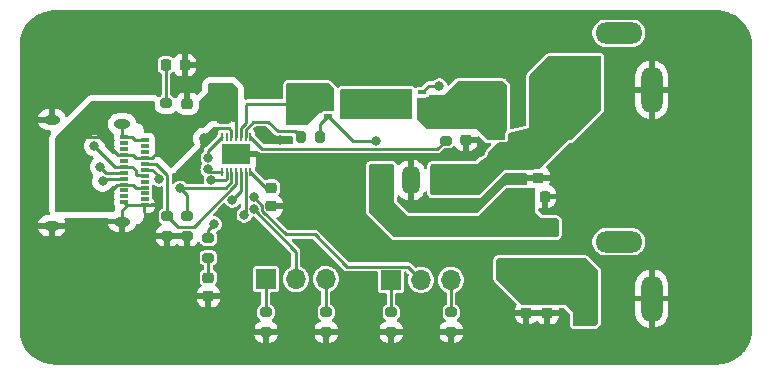
<source format=gbr>
%TF.GenerationSoftware,KiCad,Pcbnew,7.0.10-7.0.10~ubuntu20.04.1*%
%TF.CreationDate,2024-11-18T10:21:57+01:00*%
%TF.ProjectId,powerplay,706f7765-7270-46c6-9179-2e6b69636164,1*%
%TF.SameCoordinates,Original*%
%TF.FileFunction,Copper,L1,Top*%
%TF.FilePolarity,Positive*%
%FSLAX46Y46*%
G04 Gerber Fmt 4.6, Leading zero omitted, Abs format (unit mm)*
G04 Created by KiCad (PCBNEW 7.0.10-7.0.10~ubuntu20.04.1) date 2024-11-18 10:21:57*
%MOMM*%
%LPD*%
G01*
G04 APERTURE LIST*
G04 Aperture macros list*
%AMRoundRect*
0 Rectangle with rounded corners*
0 $1 Rounding radius*
0 $2 $3 $4 $5 $6 $7 $8 $9 X,Y pos of 4 corners*
0 Add a 4 corners polygon primitive as box body*
4,1,4,$2,$3,$4,$5,$6,$7,$8,$9,$2,$3,0*
0 Add four circle primitives for the rounded corners*
1,1,$1+$1,$2,$3*
1,1,$1+$1,$4,$5*
1,1,$1+$1,$6,$7*
1,1,$1+$1,$8,$9*
0 Add four rect primitives between the rounded corners*
20,1,$1+$1,$2,$3,$4,$5,0*
20,1,$1+$1,$4,$5,$6,$7,0*
20,1,$1+$1,$6,$7,$8,$9,0*
20,1,$1+$1,$8,$9,$2,$3,0*%
%AMFreePoly0*
4,1,17,1.395000,0.765000,0.855000,0.765000,0.855000,0.535000,1.395000,0.535000,1.395000,0.115000,0.855000,0.115000,0.855000,-0.115000,1.395000,-0.115000,1.395000,-0.535000,0.855000,-0.535000,0.855000,-0.765000,1.395000,-0.765000,1.395000,-1.185000,-0.855000,-1.185000,-0.855000,1.185000,1.395000,1.185000,1.395000,0.765000,1.395000,0.765000,$1*%
G04 Aperture macros list end*
%TA.AperFunction,SMDPad,CuDef*%
%ADD10RoundRect,0.200000X-0.275000X0.200000X-0.275000X-0.200000X0.275000X-0.200000X0.275000X0.200000X0*%
%TD*%
%TA.AperFunction,ComponentPad*%
%ADD11R,1.800000X4.400000*%
%TD*%
%TA.AperFunction,ComponentPad*%
%ADD12O,1.800000X4.000000*%
%TD*%
%TA.AperFunction,ComponentPad*%
%ADD13O,4.000000X1.800000*%
%TD*%
%TA.AperFunction,SMDPad,CuDef*%
%ADD14RoundRect,0.105000X0.245000X0.105000X-0.245000X0.105000X-0.245000X-0.105000X0.245000X-0.105000X0*%
%TD*%
%TA.AperFunction,SMDPad,CuDef*%
%ADD15FreePoly0,180.000000*%
%TD*%
%TA.AperFunction,SMDPad,CuDef*%
%ADD16RoundRect,0.218750X0.256250X-0.218750X0.256250X0.218750X-0.256250X0.218750X-0.256250X-0.218750X0*%
%TD*%
%TA.AperFunction,SMDPad,CuDef*%
%ADD17RoundRect,0.105000X-0.245000X-0.105000X0.245000X-0.105000X0.245000X0.105000X-0.245000X0.105000X0*%
%TD*%
%TA.AperFunction,SMDPad,CuDef*%
%ADD18FreePoly0,0.000000*%
%TD*%
%TA.AperFunction,SMDPad,CuDef*%
%ADD19R,0.250000X0.700000*%
%TD*%
%TA.AperFunction,SMDPad,CuDef*%
%ADD20R,2.350000X1.780000*%
%TD*%
%TA.AperFunction,SMDPad,CuDef*%
%ADD21R,4.700000X1.180000*%
%TD*%
%TA.AperFunction,SMDPad,CuDef*%
%ADD22RoundRect,0.225000X-0.250000X0.225000X-0.250000X-0.225000X0.250000X-0.225000X0.250000X0.225000X0*%
%TD*%
%TA.AperFunction,SMDPad,CuDef*%
%ADD23RoundRect,0.225000X0.250000X-0.225000X0.250000X0.225000X-0.250000X0.225000X-0.250000X-0.225000X0*%
%TD*%
%TA.AperFunction,ComponentPad*%
%ADD24R,1.500000X2.500000*%
%TD*%
%TA.AperFunction,ComponentPad*%
%ADD25O,1.500000X2.500000*%
%TD*%
%TA.AperFunction,SMDPad,CuDef*%
%ADD26RoundRect,0.200000X0.275000X-0.200000X0.275000X0.200000X-0.275000X0.200000X-0.275000X-0.200000X0*%
%TD*%
%TA.AperFunction,ComponentPad*%
%ADD27R,1.700000X1.700000*%
%TD*%
%TA.AperFunction,ComponentPad*%
%ADD28O,1.700000X1.700000*%
%TD*%
%TA.AperFunction,SMDPad,CuDef*%
%ADD29R,0.700000X0.300000*%
%TD*%
%TA.AperFunction,ComponentPad*%
%ADD30O,1.400000X0.800000*%
%TD*%
%TA.AperFunction,SMDPad,CuDef*%
%ADD31R,1.180000X4.700000*%
%TD*%
%TA.AperFunction,SMDPad,CuDef*%
%ADD32RoundRect,0.218750X0.218750X0.256250X-0.218750X0.256250X-0.218750X-0.256250X0.218750X-0.256250X0*%
%TD*%
%TA.AperFunction,SMDPad,CuDef*%
%ADD33RoundRect,0.225000X-0.225000X-0.250000X0.225000X-0.250000X0.225000X0.250000X-0.225000X0.250000X0*%
%TD*%
%TA.AperFunction,SMDPad,CuDef*%
%ADD34RoundRect,0.200000X-0.200000X-0.275000X0.200000X-0.275000X0.200000X0.275000X-0.200000X0.275000X0*%
%TD*%
%TA.AperFunction,SMDPad,CuDef*%
%ADD35RoundRect,0.250000X-0.362500X-1.425000X0.362500X-1.425000X0.362500X1.425000X-0.362500X1.425000X0*%
%TD*%
%TA.AperFunction,ViaPad*%
%ADD36C,0.800000*%
%TD*%
%TA.AperFunction,ViaPad*%
%ADD37C,6.000000*%
%TD*%
%TA.AperFunction,Conductor*%
%ADD38C,0.250000*%
%TD*%
G04 APERTURE END LIST*
D10*
%TO.P,R9,1*%
%TO.N,Net-(JP2-B)*%
X149931904Y-92584000D03*
%TO.P,R9,2*%
%TO.N,GND*%
X149931904Y-94234000D03*
%TD*%
D11*
%TO.P,J2,1*%
%TO.N,VCC*%
X171704000Y-73733010D03*
D12*
%TO.P,J2,2*%
%TO.N,GND*%
X177504000Y-73733010D03*
D13*
%TO.P,J2,3*%
%TO.N,N/C*%
X174704000Y-68933010D03*
%TD*%
D14*
%TO.P,Q1,1,S*%
%TO.N,Net-(C2-Pad1)*%
X158079467Y-75885000D03*
%TO.P,Q1,2,S*%
X158079467Y-75235000D03*
%TO.P,Q1,3,S*%
X158079467Y-74585000D03*
%TO.P,Q1,4,G*%
%TO.N,Net-(Q1-G)*%
X158079467Y-73935000D03*
D15*
%TO.P,Q1,5,D*%
%TO.N,Net-(Q1-D)*%
X156124467Y-74910000D03*
%TD*%
D10*
%TO.P,R5,1*%
%TO.N,Net-(U1-LED)*%
X139954000Y-86297000D03*
%TO.P,R5,2*%
%TO.N,Net-(D2-A)*%
X139954000Y-87947000D03*
%TD*%
D16*
%TO.P,D2,1,K*%
%TO.N,GND*%
X139954000Y-91211500D03*
%TO.P,D2,2,A*%
%TO.N,Net-(D2-A)*%
X139954000Y-89636500D03*
%TD*%
D10*
%TO.P,R8,1*%
%TO.N,Net-(JP1-A)*%
X155436907Y-92584000D03*
%TO.P,R8,2*%
%TO.N,GND*%
X155436907Y-94234000D03*
%TD*%
D17*
%TO.P,Q2,1,S*%
%TO.N,Net-(U1-VCC)*%
X150130573Y-74000000D03*
%TO.P,Q2,2,S*%
X150130573Y-74650000D03*
%TO.P,Q2,3,S*%
X150130573Y-75300000D03*
%TO.P,Q2,4,G*%
%TO.N,Net-(Q1-G)*%
X150130573Y-75950000D03*
D18*
%TO.P,Q2,5,D*%
%TO.N,Net-(Q1-D)*%
X152085573Y-74975000D03*
%TD*%
D19*
%TO.P,U1,1,VOUT*%
%TO.N,Net-(U1-VOUT)*%
X143510000Y-77724000D03*
%TO.P,U1,2,PWR_EN*%
%TO.N,Net-(U1-PWR_EN)*%
X143110000Y-77724000D03*
%TO.P,U1,3,VCC*%
%TO.N,Net-(U1-VCC)*%
X142710000Y-77724000D03*
%TO.P,U1,4,ISENP*%
%TO.N,Net-(U1-ISENP)*%
X142310000Y-77724000D03*
%TO.P,U1,5,GND*%
%TO.N,GND*%
X141910000Y-77724000D03*
%TO.P,U1,6,FLIP*%
%TO.N,unconnected-(U1-FLIP-Pad6)*%
X141510000Y-77724000D03*
%TO.P,U1,7,LED*%
%TO.N,Net-(U1-LED)*%
X141110000Y-77724000D03*
%TO.P,U1,8,VSEL*%
%TO.N,Net-(JP1-C)*%
X141110000Y-80674000D03*
%TO.P,U1,9,ISEL*%
%TO.N,Net-(JP2-C)*%
X141510000Y-80674000D03*
%TO.P,U1,10,CC2*%
%TO.N,Net-(J1-CC2)*%
X141910000Y-80674000D03*
%TO.P,U1,11,CC1*%
%TO.N,Net-(J1-CC1)*%
X142310000Y-80674000D03*
%TO.P,U1,12,DN*%
%TO.N,Net-(U1-DN)*%
X142710000Y-80674000D03*
%TO.P,U1,13,DP*%
%TO.N,Net-(U1-DP)*%
X143110000Y-80674000D03*
%TO.P,U1,14,V5V*%
%TO.N,Net-(U1-V5V)*%
X143510000Y-80674000D03*
D20*
%TO.P,U1,15,GND*%
%TO.N,GND*%
X142310000Y-79199000D03*
%TD*%
D21*
%TO.P,L2,1,1*%
%TO.N,Net-(U2-Vout)*%
X166878000Y-85467000D03*
%TO.P,L2,2,2*%
%TO.N,+12V*%
X166878000Y-88777000D03*
%TD*%
D22*
%TO.P,C3,1*%
%TO.N,Net-(U1-V5V)*%
X145288000Y-82029000D03*
%TO.P,C3,2*%
%TO.N,GND*%
X145288000Y-83579000D03*
%TD*%
D23*
%TO.P,C6,1*%
%TO.N,GND*%
X166878000Y-92627517D03*
%TO.P,C6,2*%
%TO.N,+12V*%
X166878000Y-91077517D03*
%TD*%
D24*
%TO.P,U2,1,Vin*%
%TO.N,VCC*%
X159658500Y-81375500D03*
D25*
%TO.P,U2,2,GND*%
%TO.N,GND*%
X157118500Y-81375500D03*
%TO.P,U2,3,Vout*%
%TO.N,Net-(U2-Vout)*%
X154578500Y-81375500D03*
%TD*%
D11*
%TO.P,J3,1*%
%TO.N,+12V*%
X171704000Y-91405000D03*
D12*
%TO.P,J3,2*%
%TO.N,GND*%
X177504000Y-91405000D03*
D13*
%TO.P,J3,3*%
%TO.N,N/C*%
X174704000Y-86605000D03*
%TD*%
D26*
%TO.P,R6,1*%
%TO.N,GND*%
X136486305Y-86097467D03*
%TO.P,R6,2*%
%TO.N,Net-(J1-CC1)*%
X136486305Y-84447467D03*
%TD*%
%TO.P,R1,1*%
%TO.N,Net-(U1-ISENP)*%
X136398000Y-76517000D03*
%TO.P,R1,2*%
%TO.N,Net-(D1-A)*%
X136398000Y-74867000D03*
%TD*%
D27*
%TO.P,JP2,1,A*%
%TO.N,Net-(JP2-A)*%
X144831305Y-89755714D03*
D28*
%TO.P,JP2,2,C*%
%TO.N,Net-(JP2-C)*%
X147371305Y-89755714D03*
%TO.P,JP2,3,B*%
%TO.N,Net-(JP2-B)*%
X149911305Y-89755714D03*
%TD*%
D26*
%TO.P,R10,1*%
%TO.N,GND*%
X144840810Y-94234000D03*
%TO.P,R10,2*%
%TO.N,Net-(JP2-A)*%
X144840810Y-92584000D03*
%TD*%
%TO.P,R7,1*%
%TO.N,GND*%
X138146282Y-86101023D03*
%TO.P,R7,2*%
%TO.N,Net-(J1-CC2)*%
X138146282Y-84451023D03*
%TD*%
%TO.P,R11,1*%
%TO.N,GND*%
X160528000Y-94234000D03*
%TO.P,R11,2*%
%TO.N,Net-(JP1-B)*%
X160528000Y-92584000D03*
%TD*%
D27*
%TO.P,JP1,1,A*%
%TO.N,Net-(JP1-A)*%
X155418012Y-89830269D03*
D28*
%TO.P,JP1,2,C*%
%TO.N,Net-(JP1-C)*%
X157958012Y-89830269D03*
%TO.P,JP1,3,B*%
%TO.N,Net-(JP1-B)*%
X160498012Y-89830269D03*
%TD*%
D22*
%TO.P,C7,1*%
%TO.N,+12V*%
X168656000Y-91089277D03*
%TO.P,C7,2*%
%TO.N,GND*%
X168656000Y-92639277D03*
%TD*%
D23*
%TO.P,C4,1*%
%TO.N,GND*%
X167894000Y-81166000D03*
%TO.P,C4,2*%
%TO.N,VCC*%
X167894000Y-79616000D03*
%TD*%
D29*
%TO.P,J1,A1,GND*%
%TO.N,GND*%
X134559512Y-78007757D03*
%TO.P,J1,A2,TX1+*%
%TO.N,unconnected-(J1-TX1+-PadA2)*%
X134559512Y-78507757D03*
%TO.P,J1,A3,TX1-*%
%TO.N,unconnected-(J1-TX1--PadA3)*%
X134559512Y-79007757D03*
%TO.P,J1,A4,VBUS*%
%TO.N,Net-(U1-ISENP)*%
X134559512Y-79507757D03*
%TO.P,J1,A5,CC1*%
%TO.N,Net-(J1-CC1)*%
X134559512Y-80007757D03*
%TO.P,J1,A6,D+*%
%TO.N,Net-(U1-DP)*%
X134559512Y-80507757D03*
%TO.P,J1,A7,D-*%
%TO.N,Net-(U1-DN)*%
X134559512Y-81007757D03*
%TO.P,J1,A8,SBU1*%
%TO.N,unconnected-(J1-SBU1-PadA8)*%
X134559512Y-81507757D03*
%TO.P,J1,A9,VBUS*%
%TO.N,Net-(U1-ISENP)*%
X134559512Y-82007757D03*
%TO.P,J1,A10,RX2-*%
%TO.N,unconnected-(J1-RX2--PadA10)*%
X134559512Y-82507757D03*
%TO.P,J1,A11,RX2+*%
%TO.N,unconnected-(J1-RX2+-PadA11)*%
X134559512Y-83007757D03*
%TO.P,J1,A12,GND*%
%TO.N,GND*%
X134559512Y-83507757D03*
%TO.P,J1,B1,GND*%
X132859512Y-83257757D03*
%TO.P,J1,B2,TX2+*%
%TO.N,unconnected-(J1-TX2+-PadB2)*%
X132859512Y-82757757D03*
%TO.P,J1,B3,TX2-*%
%TO.N,unconnected-(J1-TX2--PadB3)*%
X132859512Y-82257757D03*
%TO.P,J1,B4,VBUS*%
%TO.N,Net-(U1-ISENP)*%
X132859512Y-81757757D03*
%TO.P,J1,B5,CC2*%
%TO.N,Net-(J1-CC2)*%
X132859512Y-81257757D03*
%TO.P,J1,B6,D+*%
%TO.N,Net-(U1-DP)*%
X132859512Y-80757757D03*
%TO.P,J1,B7,D-*%
%TO.N,Net-(U1-DN)*%
X132859512Y-80257757D03*
%TO.P,J1,B8,SBU2*%
%TO.N,unconnected-(J1-SBU2-PadB8)*%
X132859512Y-79757757D03*
%TO.P,J1,B9,VBUS*%
%TO.N,Net-(U1-ISENP)*%
X132859512Y-79257757D03*
%TO.P,J1,B10,RX1-*%
%TO.N,unconnected-(J1-RX1--PadB10)*%
X132859512Y-78757757D03*
%TO.P,J1,B11,RX1+*%
%TO.N,unconnected-(J1-RX1+-PadB11)*%
X132859512Y-78257757D03*
%TO.P,J1,B12,GND*%
%TO.N,GND*%
X132859512Y-77757757D03*
D30*
%TO.P,J1,S1,SHIELD*%
X126699512Y-76267757D03*
X132649512Y-76627757D03*
X132649512Y-84887757D03*
X126699512Y-85247757D03*
%TD*%
D10*
%TO.P,R4,1*%
%TO.N,Net-(C2-Pad1)*%
X160039746Y-76378000D03*
%TO.P,R4,2*%
%TO.N,Net-(U1-VOUT)*%
X160039746Y-78028000D03*
%TD*%
D31*
%TO.P,L1,1,1*%
%TO.N,Net-(C2-Pad1)*%
X164460795Y-75580021D03*
%TO.P,L1,2,2*%
%TO.N,VCC*%
X167770795Y-75580021D03*
%TD*%
D32*
%TO.P,D1,1,K*%
%TO.N,GND*%
X137947500Y-71628000D03*
%TO.P,D1,2,A*%
%TO.N,Net-(D1-A)*%
X136372500Y-71628000D03*
%TD*%
D33*
%TO.P,C5,1*%
%TO.N,Net-(U2-Vout)*%
X166889760Y-82769013D03*
%TO.P,C5,2*%
%TO.N,GND*%
X168439760Y-82769013D03*
%TD*%
D34*
%TO.P,R3,1*%
%TO.N,Net-(U1-PWR_EN)*%
X147765000Y-77724000D03*
%TO.P,R3,2*%
%TO.N,Net-(Q1-G)*%
X149415000Y-77724000D03*
%TD*%
D23*
%TO.P,C1,1*%
%TO.N,Net-(U1-ISENP)*%
X138176000Y-76467000D03*
%TO.P,C1,2*%
%TO.N,GND*%
X138176000Y-74917000D03*
%TD*%
D35*
%TO.P,R2,1*%
%TO.N,Net-(U1-ISENP)*%
X141309500Y-74930000D03*
%TO.P,R2,2*%
%TO.N,Net-(U1-VCC)*%
X147234500Y-74930000D03*
%TD*%
D22*
%TO.P,C2,1*%
%TO.N,Net-(C2-Pad1)*%
X161762091Y-76428000D03*
%TO.P,C2,2*%
%TO.N,GND*%
X161762091Y-77978000D03*
%TD*%
D36*
%TO.N,GND*%
X150000000Y-81000000D03*
X139573000Y-77851000D03*
X145000000Y-87000000D03*
X152000000Y-73000000D03*
X145000000Y-74000000D03*
X156000000Y-73000000D03*
D37*
X127000000Y-70000000D03*
D36*
X144000000Y-74000000D03*
X154000000Y-73000000D03*
X139000000Y-80000000D03*
X163000000Y-79000000D03*
X150000000Y-80000000D03*
D37*
X180000000Y-82500000D03*
D36*
X148000000Y-80000000D03*
D37*
X127000000Y-94000000D03*
D36*
X147000000Y-80000000D03*
X164000000Y-72000000D03*
X163000000Y-88000000D03*
X155000000Y-73000000D03*
X154000000Y-87000000D03*
X165000000Y-72000000D03*
X163000000Y-89000000D03*
X146000000Y-78000000D03*
X141000000Y-72000000D03*
X153000000Y-73000000D03*
X146000000Y-80000000D03*
%TO.N,Net-(U1-DP)*%
X130810000Y-80264000D03*
X143002000Y-84328000D03*
X135761306Y-81283217D03*
%TO.N,Net-(U1-DN)*%
X141986000Y-83058000D03*
X130302000Y-78486000D03*
%TO.N,Net-(J1-CC2)*%
X137577395Y-82068301D03*
X131020227Y-81469472D03*
%TO.N,Net-(JP1-C)*%
X143851000Y-82852996D03*
X139943245Y-80480936D03*
%TO.N,Net-(JP2-C)*%
X140208000Y-81393301D03*
X143792449Y-83801034D03*
%TO.N,Net-(Q1-G)*%
X154178000Y-78065000D03*
X159512000Y-73406000D03*
%TO.N,Net-(U1-LED)*%
X140462000Y-85090000D03*
X139954000Y-79502000D03*
%TD*%
D38*
%TO.N,Net-(U1-ISENP)*%
X142310000Y-77724000D02*
X142310000Y-75930500D01*
X133809512Y-82007757D02*
X134559512Y-82007757D01*
X130810000Y-77724000D02*
X128778000Y-77724000D01*
X133559512Y-81757757D02*
X133809512Y-82007757D01*
X132259512Y-81757757D02*
X132859512Y-81757757D01*
X134559512Y-79507757D02*
X135159512Y-79507757D01*
X132859512Y-79257757D02*
X132343757Y-79257757D01*
X130451269Y-83566000D02*
X132259512Y-81757757D01*
X134139758Y-79507757D02*
X133859512Y-79507757D01*
X127508000Y-82296000D02*
X128778000Y-83566000D01*
X128778000Y-77724000D02*
X127508000Y-78994000D01*
X136398000Y-78269269D02*
X136398000Y-76517000D01*
X135159512Y-79507757D02*
X136398000Y-78269269D01*
X133609512Y-79257757D02*
X132859512Y-79257757D01*
X142310000Y-75930500D02*
X141309500Y-74930000D01*
X132859512Y-81757757D02*
X133559512Y-81757757D01*
X127508000Y-78994000D02*
X127508000Y-82296000D01*
X128778000Y-83566000D02*
X130451269Y-83566000D01*
X132343757Y-79257757D02*
X130810000Y-77724000D01*
X133859512Y-79507757D02*
X133609512Y-79257757D01*
X134559512Y-79507757D02*
X134139758Y-79507757D01*
%TO.N,GND*%
X133509563Y-77757757D02*
X133759563Y-78007757D01*
X141711000Y-77000000D02*
X140424000Y-77000000D01*
X133759563Y-78007757D02*
X134559512Y-78007757D01*
X132859512Y-83257757D02*
X133109512Y-83507757D01*
X132649512Y-77547757D02*
X132859512Y-77757757D01*
X133109512Y-83507757D02*
X134559512Y-83507757D01*
X133109512Y-83507757D02*
X132649512Y-83967757D01*
X132859512Y-77757757D02*
X133509563Y-77757757D01*
X141910000Y-77724000D02*
X141910000Y-77199000D01*
X132649512Y-76627757D02*
X132649512Y-77547757D01*
X132649512Y-83967757D02*
X132649512Y-84887757D01*
X140424000Y-77000000D02*
X139573000Y-77851000D01*
X141910000Y-77199000D02*
X141711000Y-77000000D01*
%TO.N,Net-(U1-V5V)*%
X145288000Y-82029000D02*
X144865000Y-82029000D01*
X144865000Y-82029000D02*
X143510000Y-80674000D01*
%TO.N,Net-(D1-A)*%
X136372500Y-74841500D02*
X136398000Y-74867000D01*
X136372500Y-71628000D02*
X136372500Y-74841500D01*
%TO.N,Net-(D2-A)*%
X139954000Y-87947000D02*
X139954000Y-89636500D01*
%TO.N,Net-(J1-CC1)*%
X142310000Y-81739597D02*
X138705597Y-85344000D01*
X134559512Y-80007757D02*
X135511151Y-80007757D01*
X136486306Y-80982912D02*
X136486305Y-84447467D01*
X142310000Y-80674000D02*
X142310000Y-81739597D01*
X138705597Y-85344000D02*
X137382838Y-85344000D01*
X135511151Y-80007757D02*
X136486306Y-80982912D01*
X137382838Y-85344000D02*
X136486305Y-84447467D01*
%TO.N,Net-(U1-DP)*%
X143110000Y-84220000D02*
X143110000Y-80674000D01*
X134559512Y-80507757D02*
X135209512Y-80507757D01*
X132859512Y-80757757D02*
X131303757Y-80757757D01*
X135209512Y-80507757D02*
X135761306Y-81059551D01*
X143002000Y-84328000D02*
X143110000Y-84220000D01*
X131303757Y-80757757D02*
X130810000Y-80264000D01*
X135761306Y-81059551D02*
X135761306Y-81283217D01*
%TO.N,Net-(U1-DN)*%
X132859512Y-80257757D02*
X132073757Y-80257757D01*
X133509512Y-80257757D02*
X132859512Y-80257757D01*
X142710000Y-80674000D02*
X142710000Y-82334000D01*
X134559272Y-80982757D02*
X133798800Y-80982757D01*
X133798800Y-80982757D02*
X133798800Y-80547045D01*
X134559512Y-80982997D02*
X134559272Y-80982757D01*
X133798800Y-80547045D02*
X133509512Y-80257757D01*
X132073757Y-80257757D02*
X130302000Y-78486000D01*
X134559512Y-81007757D02*
X134559512Y-80982997D01*
X142710000Y-82334000D02*
X141986000Y-83058000D01*
%TO.N,Net-(J1-CC2)*%
X131231942Y-81257757D02*
X132859512Y-81257757D01*
X141415610Y-82068301D02*
X141910000Y-81573911D01*
X138131349Y-84447467D02*
X138131349Y-82622255D01*
X138131349Y-82622255D02*
X137577395Y-82068301D01*
X137577395Y-82068301D02*
X141415610Y-82068301D01*
X141910000Y-81573911D02*
X141910000Y-80674000D01*
X131020227Y-81469472D02*
X131231942Y-81257757D01*
%TO.N,Net-(JP1-A)*%
X155418012Y-89830269D02*
X155418012Y-92819105D01*
X155418012Y-92565105D02*
X155436907Y-92584000D01*
%TO.N,Net-(JP1-C)*%
X140136309Y-80674000D02*
X139943245Y-80480936D01*
X144538000Y-84017342D02*
X144538000Y-83539996D01*
X141110000Y-80674000D02*
X140136309Y-80674000D01*
X156833012Y-88705269D02*
X151697269Y-88705269D01*
X146499658Y-85979000D02*
X144538000Y-84017342D01*
X157958012Y-89830269D02*
X156833012Y-88705269D01*
X144538000Y-83539996D02*
X143851000Y-82852996D01*
X151697269Y-88705269D02*
X148971000Y-85979000D01*
X148971000Y-85979000D02*
X146499658Y-85979000D01*
%TO.N,Net-(JP1-B)*%
X160498012Y-92554012D02*
X160528000Y-92584000D01*
X160498012Y-89830269D02*
X160498012Y-92808012D01*
%TO.N,Net-(JP2-A)*%
X144831305Y-92574495D02*
X144840810Y-92584000D01*
X144831305Y-89755714D02*
X144831305Y-92828495D01*
%TO.N,Net-(JP2-C)*%
X143792449Y-83801034D02*
X143900882Y-83801034D01*
X141390699Y-81393301D02*
X140208000Y-81393301D01*
X141510000Y-81274000D02*
X141390699Y-81393301D01*
X141510000Y-80674000D02*
X141510000Y-81274000D01*
X147371305Y-87427305D02*
X143792449Y-83848449D01*
X147371305Y-89755714D02*
X147371305Y-87427305D01*
X143792449Y-83848449D02*
X143792449Y-83801034D01*
%TO.N,Net-(JP2-B)*%
X149911305Y-92563401D02*
X149931904Y-92584000D01*
X149911305Y-89755714D02*
X149911305Y-92817401D01*
%TO.N,Net-(Q1-G)*%
X159512000Y-73406000D02*
X158608467Y-73406000D01*
X152245573Y-78065000D02*
X154178000Y-78065000D01*
X158608467Y-73406000D02*
X158079467Y-73935000D01*
X150130573Y-75950000D02*
X152245573Y-78065000D01*
X149415000Y-77724000D02*
X149415000Y-76665573D01*
X149415000Y-76665573D02*
X150130573Y-75950000D01*
%TO.N,Net-(U1-VCC)*%
X143129000Y-76539314D02*
X143129000Y-75057000D01*
X142710000Y-77724000D02*
X142710000Y-76958314D01*
X142710000Y-76958314D02*
X143129000Y-76539314D01*
X143129000Y-75057000D02*
X143256000Y-74930000D01*
X143256000Y-74930000D02*
X147234500Y-74930000D01*
%TO.N,Net-(U1-PWR_EN)*%
X147289999Y-77248999D02*
X145828999Y-77248999D01*
X143780000Y-76454000D02*
X143110000Y-77124000D01*
X145034000Y-76454000D02*
X143780000Y-76454000D01*
X145828999Y-77248999D02*
X145034000Y-76454000D01*
X143110000Y-77124000D02*
X143110000Y-77724000D01*
X147765000Y-77724000D02*
X147289999Y-77248999D01*
%TO.N,Net-(U1-VOUT)*%
X144526000Y-78740000D02*
X143510000Y-77724000D01*
X160039746Y-78028000D02*
X159986724Y-77974978D01*
X160039746Y-78028000D02*
X159327746Y-78740000D01*
X159327746Y-78740000D02*
X144526000Y-78740000D01*
%TO.N,Net-(U1-LED)*%
X139954000Y-78880000D02*
X141110000Y-77724000D01*
X139954000Y-85598000D02*
X140462000Y-85090000D01*
X139954000Y-86297000D02*
X139954000Y-85598000D01*
X139954000Y-79502000D02*
X139954000Y-78880000D01*
%TD*%
%TA.AperFunction,Conductor*%
%TO.N,+12V*%
G36*
X171973677Y-88030685D02*
G01*
X171994319Y-88047319D01*
X172937681Y-88990681D01*
X172971166Y-89052004D01*
X172974000Y-89078362D01*
X172974000Y-93420638D01*
X172954315Y-93487677D01*
X172937681Y-93508319D01*
X172756319Y-93689681D01*
X172694996Y-93723166D01*
X172668638Y-93726000D01*
X170939000Y-93726000D01*
X170871961Y-93706315D01*
X170826206Y-93653511D01*
X170815000Y-93602000D01*
X170815000Y-92583000D01*
X170180000Y-91948000D01*
X169035831Y-91948000D01*
X169015827Y-91945668D01*
X169015825Y-91945694D01*
X168951493Y-91938777D01*
X168360518Y-91938777D01*
X168360509Y-91938778D01*
X168296172Y-91945694D01*
X168296169Y-91945668D01*
X168276166Y-91948000D01*
X167292420Y-91948000D01*
X167249089Y-91940182D01*
X167230114Y-91933105D01*
X167230112Y-91933104D01*
X167230110Y-91933104D01*
X167173493Y-91927017D01*
X166582518Y-91927017D01*
X166582509Y-91927018D01*
X166545338Y-91931014D01*
X166476579Y-91918607D01*
X166444405Y-91895405D01*
X164374319Y-89825319D01*
X164340834Y-89763996D01*
X164338000Y-89737638D01*
X164338000Y-88135000D01*
X164357685Y-88067961D01*
X164410489Y-88022206D01*
X164462000Y-88011000D01*
X171906638Y-88011000D01*
X171973677Y-88030685D01*
G37*
%TD.AperFunction*%
%TD*%
%TA.AperFunction,Conductor*%
%TO.N,Net-(Q1-D)*%
G36*
X157169039Y-73679685D02*
G01*
X157214794Y-73732489D01*
X157226000Y-73784000D01*
X157226000Y-76076000D01*
X157206315Y-76143039D01*
X157153511Y-76188794D01*
X157102000Y-76200000D01*
X151254000Y-76200000D01*
X151186961Y-76180315D01*
X151141206Y-76127511D01*
X151130000Y-76076000D01*
X151130000Y-73784000D01*
X151149685Y-73716961D01*
X151202489Y-73671206D01*
X151254000Y-73660000D01*
X157102000Y-73660000D01*
X157169039Y-73679685D01*
G37*
%TD.AperFunction*%
%TD*%
%TA.AperFunction,Conductor*%
%TO.N,Net-(U1-ISENP)*%
G36*
X142001677Y-73171685D02*
G01*
X142022319Y-73188319D01*
X142457681Y-73623681D01*
X142491166Y-73685004D01*
X142494000Y-73711362D01*
X142494000Y-76148637D01*
X142474315Y-76215676D01*
X142457681Y-76236318D01*
X142226446Y-76467552D01*
X142165123Y-76501037D01*
X142095431Y-76496053D01*
X142079032Y-76488536D01*
X142074668Y-76486137D01*
X142064024Y-76480285D01*
X142047763Y-76469604D01*
X142031932Y-76457324D01*
X141991849Y-76439978D01*
X141981363Y-76434841D01*
X141943094Y-76413803D01*
X141943092Y-76413802D01*
X141923693Y-76408822D01*
X141905281Y-76402518D01*
X141886898Y-76394562D01*
X141886892Y-76394560D01*
X141843760Y-76387729D01*
X141832322Y-76385361D01*
X141790020Y-76374500D01*
X141790019Y-76374500D01*
X141769984Y-76374500D01*
X141750586Y-76372973D01*
X141743162Y-76371797D01*
X141730805Y-76369840D01*
X141730804Y-76369840D01*
X141687325Y-76373950D01*
X141675656Y-76374500D01*
X140506743Y-76374500D01*
X140491122Y-76372775D01*
X140491095Y-76373061D01*
X140483333Y-76372326D01*
X140416113Y-76374439D01*
X140412219Y-76374500D01*
X140384650Y-76374500D01*
X140380673Y-76375002D01*
X140369042Y-76375917D01*
X140325374Y-76377289D01*
X140325368Y-76377290D01*
X140306126Y-76382880D01*
X140287087Y-76386823D01*
X140267217Y-76389334D01*
X140267203Y-76389337D01*
X140226598Y-76405413D01*
X140215554Y-76409194D01*
X140173614Y-76421379D01*
X140173610Y-76421381D01*
X140156366Y-76431579D01*
X140138905Y-76440133D01*
X140120274Y-76447510D01*
X140120262Y-76447517D01*
X140084933Y-76473185D01*
X140075173Y-76479596D01*
X140037580Y-76501829D01*
X140023414Y-76515995D01*
X140008624Y-76528627D01*
X139992414Y-76540404D01*
X139992411Y-76540407D01*
X139964573Y-76574058D01*
X139956711Y-76582697D01*
X139625227Y-76914182D01*
X139563906Y-76947666D01*
X139537548Y-76950500D01*
X139478354Y-76950500D01*
X139445897Y-76957398D01*
X139293197Y-76989855D01*
X139293192Y-76989857D01*
X139120270Y-77066848D01*
X139120265Y-77066851D01*
X138967129Y-77178111D01*
X138840466Y-77318785D01*
X138745821Y-77482715D01*
X138745818Y-77482722D01*
X138699636Y-77624857D01*
X138687326Y-77662744D01*
X138667540Y-77851000D01*
X138687326Y-78039256D01*
X138687327Y-78039259D01*
X138745820Y-78219283D01*
X138773243Y-78266782D01*
X138789714Y-78334682D01*
X138766862Y-78400709D01*
X138753536Y-78416462D01*
X136866673Y-80303326D01*
X136805350Y-80336811D01*
X136735658Y-80331827D01*
X136691311Y-80303326D01*
X136011954Y-79623969D01*
X136002131Y-79611707D01*
X136001910Y-79611891D01*
X135996937Y-79605879D01*
X135947927Y-79559856D01*
X135945128Y-79557143D01*
X135925628Y-79537642D01*
X135925622Y-79537637D01*
X135922437Y-79535166D01*
X135913585Y-79527605D01*
X135881733Y-79497695D01*
X135881731Y-79497693D01*
X135881728Y-79497692D01*
X135864180Y-79488045D01*
X135847914Y-79477361D01*
X135832083Y-79465081D01*
X135792000Y-79447735D01*
X135781514Y-79442598D01*
X135743245Y-79421560D01*
X135743243Y-79421559D01*
X135723844Y-79416579D01*
X135705432Y-79410275D01*
X135687049Y-79402319D01*
X135687043Y-79402317D01*
X135643911Y-79395486D01*
X135632473Y-79393118D01*
X135590171Y-79382257D01*
X135590170Y-79382257D01*
X135570135Y-79382257D01*
X135550737Y-79380730D01*
X135549017Y-79380457D01*
X135530955Y-79377596D01*
X135525682Y-79377431D01*
X135459294Y-79355648D01*
X135415222Y-79301432D01*
X135406291Y-79240236D01*
X135410011Y-79205637D01*
X135410012Y-79205630D01*
X135410011Y-78809885D01*
X135410010Y-78809868D01*
X135405832Y-78771010D01*
X135405832Y-78744504D01*
X135410012Y-78705630D01*
X135410011Y-78309885D01*
X135410010Y-78309868D01*
X135405832Y-78271010D01*
X135405832Y-78244504D01*
X135410012Y-78205630D01*
X135410011Y-77809885D01*
X135403603Y-77750274D01*
X135387956Y-77708323D01*
X135353309Y-77615428D01*
X135353305Y-77615421D01*
X135267059Y-77500212D01*
X135267056Y-77500209D01*
X135151847Y-77413963D01*
X135151840Y-77413959D01*
X135016994Y-77363665D01*
X135016995Y-77363665D01*
X134957395Y-77357258D01*
X134957393Y-77357257D01*
X134957385Y-77357257D01*
X134957377Y-77357257D01*
X134595108Y-77357257D01*
X134528069Y-77337572D01*
X134482314Y-77284768D01*
X134472169Y-77217071D01*
X134479978Y-77157756D01*
X134460199Y-77007522D01*
X134460199Y-77007521D01*
X134402210Y-76867524D01*
X134309963Y-76747306D01*
X134189745Y-76655059D01*
X134189741Y-76655057D01*
X134049748Y-76597070D01*
X133945130Y-76583296D01*
X133881234Y-76555029D01*
X133842764Y-76496704D01*
X133840027Y-76486137D01*
X133838784Y-76480290D01*
X133810656Y-76347954D01*
X133733663Y-76175027D01*
X133733660Y-76175022D01*
X133622400Y-76021886D01*
X133584715Y-75987954D01*
X133481728Y-75895224D01*
X133317796Y-75800578D01*
X133317789Y-75800575D01*
X133137771Y-75742084D01*
X133137768Y-75742083D01*
X132996704Y-75727257D01*
X132302320Y-75727257D01*
X132161256Y-75742083D01*
X132161253Y-75742083D01*
X132161252Y-75742084D01*
X131981234Y-75800575D01*
X131981227Y-75800578D01*
X131817297Y-75895223D01*
X131676623Y-76021886D01*
X131565363Y-76175022D01*
X131565360Y-76175027D01*
X131488369Y-76347949D01*
X131488367Y-76347954D01*
X131449012Y-76533111D01*
X131449012Y-76722402D01*
X131488367Y-76907559D01*
X131488369Y-76907564D01*
X131565360Y-77080486D01*
X131565363Y-77080491D01*
X131676623Y-77233627D01*
X131676624Y-77233628D01*
X131817296Y-77360290D01*
X131910254Y-77413959D01*
X131948092Y-77435805D01*
X131996307Y-77486372D01*
X132009531Y-77554979D01*
X132009391Y-77556355D01*
X132009012Y-77559884D01*
X132009012Y-77559888D01*
X132009012Y-77955626D01*
X132009013Y-77955635D01*
X132013191Y-77994502D01*
X132013191Y-78021007D01*
X132009012Y-78059879D01*
X132009012Y-78455626D01*
X132009013Y-78455635D01*
X132013191Y-78494502D01*
X132013191Y-78521007D01*
X132009012Y-78559879D01*
X132009012Y-78955627D01*
X132009013Y-78955636D01*
X132013937Y-79001443D01*
X132001529Y-79070202D01*
X131953918Y-79121338D01*
X131886218Y-79138616D01*
X131819924Y-79116549D01*
X131802966Y-79102376D01*
X131555800Y-78855210D01*
X131240960Y-78540369D01*
X131207475Y-78479046D01*
X131205323Y-78465668D01*
X131187674Y-78297744D01*
X131129179Y-78117716D01*
X131034533Y-77953784D01*
X130907871Y-77813112D01*
X130903431Y-77809886D01*
X130754734Y-77701851D01*
X130754729Y-77701848D01*
X130581807Y-77624857D01*
X130581802Y-77624855D01*
X130436001Y-77593865D01*
X130396646Y-77585500D01*
X130207354Y-77585500D01*
X130174897Y-77592398D01*
X130022197Y-77624855D01*
X130022192Y-77624857D01*
X129849270Y-77701848D01*
X129849265Y-77701851D01*
X129696129Y-77813111D01*
X129569466Y-77953785D01*
X129474821Y-78117715D01*
X129474818Y-78117722D01*
X129428223Y-78261128D01*
X129416326Y-78297744D01*
X129396540Y-78486000D01*
X129416326Y-78674256D01*
X129416327Y-78674259D01*
X129474818Y-78854277D01*
X129474821Y-78854284D01*
X129569467Y-79018216D01*
X129651508Y-79109331D01*
X129696129Y-79158888D01*
X129849265Y-79270148D01*
X129849270Y-79270151D01*
X130022191Y-79347142D01*
X130022193Y-79347142D01*
X130022197Y-79347144D01*
X130150547Y-79374425D01*
X130212025Y-79407616D01*
X130245802Y-79468778D01*
X130241150Y-79538493D01*
X130207742Y-79587858D01*
X130204130Y-79591109D01*
X130077466Y-79731785D01*
X129982821Y-79895715D01*
X129982818Y-79895722D01*
X129924327Y-80075740D01*
X129924326Y-80075744D01*
X129904540Y-80264000D01*
X129924326Y-80452256D01*
X129924327Y-80452259D01*
X129982818Y-80632277D01*
X129982821Y-80632284D01*
X130077467Y-80796216D01*
X130171365Y-80900500D01*
X130194892Y-80926629D01*
X130225122Y-80989620D01*
X130216497Y-81058955D01*
X130210130Y-81071600D01*
X130193047Y-81101188D01*
X130158616Y-81207157D01*
X130134553Y-81281216D01*
X130114767Y-81469472D01*
X130134553Y-81657728D01*
X130134554Y-81657731D01*
X130193045Y-81837749D01*
X130193048Y-81837756D01*
X130287694Y-82001688D01*
X130414356Y-82142360D01*
X130567492Y-82253620D01*
X130567497Y-82253623D01*
X130740419Y-82330614D01*
X130740424Y-82330616D01*
X130925581Y-82369972D01*
X130925582Y-82369972D01*
X131114871Y-82369972D01*
X131114873Y-82369972D01*
X131300030Y-82330616D01*
X131472957Y-82253623D01*
X131626098Y-82142360D01*
X131752760Y-82001688D01*
X131781935Y-81951154D01*
X131832499Y-81902941D01*
X131901106Y-81889717D01*
X131965971Y-81915684D01*
X132006501Y-81972598D01*
X132012611Y-82026409D01*
X132009012Y-82059887D01*
X132009012Y-82455626D01*
X132009013Y-82455635D01*
X132013191Y-82494502D01*
X132013191Y-82521007D01*
X132009012Y-82559879D01*
X132009012Y-82955626D01*
X132009013Y-82955635D01*
X132013191Y-82994502D01*
X132013191Y-83021007D01*
X132009012Y-83059879D01*
X132009012Y-83455627D01*
X132009013Y-83455633D01*
X132015420Y-83515240D01*
X132064329Y-83646370D01*
X132069313Y-83716062D01*
X132063441Y-83735345D01*
X132063317Y-83735658D01*
X132058334Y-83755064D01*
X132052033Y-83773467D01*
X132044074Y-83791859D01*
X132044073Y-83791862D01*
X132037240Y-83835000D01*
X132034872Y-83846431D01*
X132024013Y-83888728D01*
X132024012Y-83888739D01*
X132024012Y-83908773D01*
X132022485Y-83928172D01*
X132019351Y-83947951D01*
X132019165Y-83953897D01*
X131997383Y-84020285D01*
X131943167Y-84064358D01*
X131895226Y-84074000D01*
X127124000Y-84074000D01*
X127056961Y-84054315D01*
X127011206Y-84001511D01*
X127000000Y-83950000D01*
X127000000Y-77775362D01*
X127019685Y-77708323D01*
X127036319Y-77687681D01*
X130011681Y-74712319D01*
X130073004Y-74678834D01*
X130099362Y-74676000D01*
X135298500Y-74676000D01*
X135365539Y-74695685D01*
X135411294Y-74748489D01*
X135422500Y-74800000D01*
X135422500Y-75123613D01*
X135428913Y-75194192D01*
X135428913Y-75194194D01*
X135428914Y-75194196D01*
X135479522Y-75356606D01*
X135536400Y-75450694D01*
X135567530Y-75502188D01*
X135687811Y-75622469D01*
X135687813Y-75622470D01*
X135687815Y-75622472D01*
X135833394Y-75710478D01*
X135995804Y-75761086D01*
X136066384Y-75767500D01*
X136066387Y-75767500D01*
X136729613Y-75767500D01*
X136729616Y-75767500D01*
X136800196Y-75761086D01*
X136962606Y-75710478D01*
X137108185Y-75622472D01*
X137159195Y-75571462D01*
X137220518Y-75537976D01*
X137290210Y-75542960D01*
X137346143Y-75584831D01*
X137352414Y-75594042D01*
X137353032Y-75595044D01*
X137472955Y-75714967D01*
X137472959Y-75714970D01*
X137617294Y-75803998D01*
X137617297Y-75803999D01*
X137617303Y-75804003D01*
X137778292Y-75857349D01*
X137877655Y-75867500D01*
X138474344Y-75867499D01*
X138474352Y-75867498D01*
X138474355Y-75867498D01*
X138539895Y-75860803D01*
X138573708Y-75857349D01*
X138734697Y-75804003D01*
X138879044Y-75714968D01*
X138998968Y-75595044D01*
X139088003Y-75450697D01*
X139141349Y-75289708D01*
X139151500Y-75190345D01*
X139151499Y-74767861D01*
X139171183Y-74700823D01*
X139187818Y-74680181D01*
X139191999Y-74676000D01*
X139192000Y-74676000D01*
X139954000Y-73914000D01*
X139954000Y-73276000D01*
X139973685Y-73208961D01*
X140026489Y-73163206D01*
X140078000Y-73152000D01*
X141934638Y-73152000D01*
X142001677Y-73171685D01*
G37*
%TD.AperFunction*%
%TD*%
%TA.AperFunction,Conductor*%
%TO.N,Net-(C2-Pad1)*%
G36*
X164988677Y-73044685D02*
G01*
X165009319Y-73061319D01*
X165190681Y-73242681D01*
X165224166Y-73304004D01*
X165227000Y-73330362D01*
X165227000Y-77136183D01*
X165207315Y-77203222D01*
X165184203Y-77229896D01*
X165153666Y-77256355D01*
X165122038Y-77289132D01*
X165075829Y-77377469D01*
X165075828Y-77377469D01*
X165056146Y-77444501D01*
X165056143Y-77444513D01*
X165045795Y-77516490D01*
X165045795Y-77801020D01*
X165026110Y-77868059D01*
X164973306Y-77913814D01*
X164921795Y-77925020D01*
X164583838Y-77925020D01*
X164556544Y-77926484D01*
X164556539Y-77926484D01*
X164556527Y-77926485D01*
X164556519Y-77926485D01*
X164556490Y-77926488D01*
X164530168Y-77929318D01*
X164530166Y-77929319D01*
X164435040Y-77959106D01*
X164435036Y-77959107D01*
X164431572Y-77960998D01*
X164428212Y-77962833D01*
X164368788Y-77978000D01*
X163627362Y-77978000D01*
X163560323Y-77958315D01*
X163539681Y-77941681D01*
X162687000Y-77089000D01*
X158547362Y-77089000D01*
X158480323Y-77069315D01*
X158459681Y-77052681D01*
X157643319Y-76236319D01*
X157609834Y-76174996D01*
X157607000Y-76148638D01*
X157607000Y-74510650D01*
X157626685Y-74443611D01*
X157679489Y-74397856D01*
X157748644Y-74387912D01*
X157800725Y-74395500D01*
X158358203Y-74395500D01*
X158358209Y-74395500D01*
X158427307Y-74385433D01*
X158533896Y-74333324D01*
X158533897Y-74333323D01*
X158533899Y-74333322D01*
X158617789Y-74249432D01*
X158617789Y-74249430D01*
X158617791Y-74249429D01*
X158623605Y-74237537D01*
X158670734Y-74185956D01*
X158735004Y-74168000D01*
X159893000Y-74168000D01*
X160999681Y-73061319D01*
X161061004Y-73027834D01*
X161087362Y-73025000D01*
X164921638Y-73025000D01*
X164988677Y-73044685D01*
G37*
%TD.AperFunction*%
%TD*%
%TA.AperFunction,Conductor*%
%TO.N,VCC*%
G36*
X170677335Y-77967335D02*
G01*
X170662996Y-77975166D01*
X170636638Y-77978000D01*
X170434000Y-77978000D01*
X170561000Y-77851000D01*
X170677335Y-77967335D01*
G37*
%TD.AperFunction*%
%TA.AperFunction,Conductor*%
G36*
X173171039Y-70885685D02*
G01*
X173216794Y-70938489D01*
X173228000Y-70990000D01*
X173228000Y-75386638D01*
X173208315Y-75453677D01*
X173191681Y-75474319D01*
X170724319Y-77941681D01*
X170688000Y-77961512D01*
X170688000Y-77724000D01*
X170561000Y-77851000D01*
X169672000Y-76962000D01*
X167132000Y-76962000D01*
X167132000Y-72568362D01*
X167151685Y-72501323D01*
X167168319Y-72480681D01*
X168746681Y-70902319D01*
X168808004Y-70868834D01*
X168834362Y-70866000D01*
X173104000Y-70866000D01*
X173171039Y-70885685D01*
G37*
%TD.AperFunction*%
%TD*%
%TA.AperFunction,Conductor*%
%TO.N,VCC*%
G36*
X170561000Y-77851000D02*
G01*
X170434000Y-77978000D01*
X170433999Y-77978000D01*
X167982817Y-80429181D01*
X167921494Y-80462666D01*
X167895136Y-80465500D01*
X167598519Y-80465500D01*
X167598509Y-80465501D01*
X167541887Y-80471587D01*
X167438413Y-80510182D01*
X167395079Y-80518000D01*
X164988999Y-80518000D01*
X162866319Y-82640681D01*
X162804996Y-82674166D01*
X162778638Y-82677000D01*
X161925000Y-82677000D01*
X158928362Y-82677000D01*
X158861323Y-82657315D01*
X158840681Y-82640681D01*
X158786319Y-82586319D01*
X158752834Y-82524996D01*
X158750000Y-82498638D01*
X158750000Y-80188362D01*
X158769685Y-80121323D01*
X158786319Y-80100681D01*
X158840681Y-80046319D01*
X158902004Y-80012834D01*
X158928362Y-80010000D01*
X162703000Y-80010000D01*
X163032666Y-79680333D01*
X163090668Y-79647620D01*
X163232365Y-79612696D01*
X163372240Y-79539283D01*
X163490483Y-79434530D01*
X163580220Y-79304523D01*
X163636237Y-79156818D01*
X163642143Y-79108175D01*
X163669762Y-79044000D01*
X163677536Y-79035463D01*
X164496160Y-78216840D01*
X164557483Y-78183355D01*
X164583841Y-78180521D01*
X165075471Y-78180521D01*
X165075472Y-78180520D01*
X165148535Y-78165987D01*
X165231396Y-78110622D01*
X165286761Y-78027761D01*
X165301295Y-77954695D01*
X165301295Y-77516492D01*
X165320980Y-77449453D01*
X165373784Y-77403698D01*
X165395215Y-77396195D01*
X167132000Y-76962000D01*
X169672000Y-76962000D01*
X170561000Y-77851000D01*
G37*
%TD.AperFunction*%
%TA.AperFunction,Conductor*%
G36*
X170688000Y-77961512D02*
G01*
X170677335Y-77967335D01*
X170561000Y-77851000D01*
X170688000Y-77724000D01*
X170688000Y-77961512D01*
G37*
%TD.AperFunction*%
%TD*%
%TA.AperFunction,Conductor*%
%TO.N,Net-(U1-VCC)*%
G36*
X150129677Y-73171685D02*
G01*
X150150319Y-73188319D01*
X150585681Y-73623681D01*
X150619166Y-73685004D01*
X150622000Y-73711362D01*
X150622000Y-75377111D01*
X150602315Y-75444150D01*
X150549511Y-75489905D01*
X150480353Y-75499849D01*
X150480125Y-75499816D01*
X150450299Y-75495471D01*
X150409315Y-75489500D01*
X149851831Y-75489500D01*
X149805765Y-75496211D01*
X149782730Y-75499567D01*
X149676142Y-75551676D01*
X149676141Y-75551678D01*
X149592251Y-75635567D01*
X149589049Y-75640053D01*
X149534074Y-75683175D01*
X149488131Y-75692000D01*
X149351999Y-75692000D01*
X148372319Y-76671681D01*
X148310996Y-76705166D01*
X148284638Y-76708000D01*
X146682000Y-76708000D01*
X146614961Y-76688315D01*
X146569206Y-76635511D01*
X146558000Y-76584000D01*
X146558000Y-73276000D01*
X146577685Y-73208961D01*
X146630489Y-73163206D01*
X146682000Y-73152000D01*
X150062638Y-73152000D01*
X150129677Y-73171685D01*
G37*
%TD.AperFunction*%
%TD*%
%TA.AperFunction,Conductor*%
%TO.N,Net-(U2-Vout)*%
G36*
X155590677Y-80029685D02*
G01*
X155611319Y-80046319D01*
X155665681Y-80100681D01*
X155699166Y-80162004D01*
X155702000Y-80188362D01*
X155702000Y-83296000D01*
X156861000Y-84455000D01*
X162814000Y-84455000D01*
X165190681Y-82078319D01*
X165252004Y-82044834D01*
X165278362Y-82042000D01*
X167516000Y-82042000D01*
X167583039Y-82061685D01*
X167628794Y-82114489D01*
X167640000Y-82166000D01*
X167640000Y-84074000D01*
X168148000Y-84582000D01*
X169366638Y-84582000D01*
X169433677Y-84601685D01*
X169454319Y-84618319D01*
X169635681Y-84799681D01*
X169669166Y-84861004D01*
X169672000Y-84887362D01*
X169672000Y-85927638D01*
X169652315Y-85994677D01*
X169635681Y-86015319D01*
X169454319Y-86196681D01*
X169392996Y-86230166D01*
X169366638Y-86233000D01*
X155753362Y-86233000D01*
X155686323Y-86213315D01*
X155665681Y-86196681D01*
X153579319Y-84110319D01*
X153545834Y-84048996D01*
X153543000Y-84022638D01*
X153543000Y-80134000D01*
X153562685Y-80066961D01*
X153615489Y-80021206D01*
X153667000Y-80010000D01*
X155523638Y-80010000D01*
X155590677Y-80029685D01*
G37*
%TD.AperFunction*%
%TD*%
%TA.AperFunction,Conductor*%
%TO.N,GND*%
G36*
X140481332Y-76878600D02*
G01*
X140506743Y-76880000D01*
X140506751Y-76880000D01*
X140925489Y-76880000D01*
X140992528Y-76899685D01*
X141038283Y-76952489D01*
X141048227Y-77021647D01*
X141019202Y-77085203D01*
X140960424Y-77122977D01*
X140949680Y-77125617D01*
X140887264Y-77138032D01*
X140887260Y-77138033D01*
X140804399Y-77193399D01*
X140749033Y-77276260D01*
X140749032Y-77276264D01*
X140734500Y-77349321D01*
X140734500Y-77517099D01*
X140714815Y-77584138D01*
X140698181Y-77604780D01*
X139725108Y-78577852D01*
X139705254Y-78593976D01*
X139696165Y-78599914D01*
X139696164Y-78599915D01*
X139676720Y-78624896D01*
X139666574Y-78636388D01*
X139666483Y-78636479D01*
X139666474Y-78636489D01*
X139654402Y-78653397D01*
X139651341Y-78657503D01*
X139619192Y-78698808D01*
X139615447Y-78705729D01*
X139611988Y-78712804D01*
X139597057Y-78762955D01*
X139595495Y-78767831D01*
X139578500Y-78817338D01*
X139577206Y-78825092D01*
X139576231Y-78832911D01*
X139578394Y-78885191D01*
X139578500Y-78890316D01*
X139578500Y-78909796D01*
X139558815Y-78976835D01*
X139536727Y-79002611D01*
X139463518Y-79067468D01*
X139373781Y-79197475D01*
X139373780Y-79197476D01*
X139317762Y-79345181D01*
X139298722Y-79501999D01*
X139298722Y-79502000D01*
X139317762Y-79658818D01*
X139365441Y-79784534D01*
X139373780Y-79806523D01*
X139398659Y-79842566D01*
X139447439Y-79913237D01*
X139469322Y-79979592D01*
X139451857Y-80047243D01*
X139447439Y-80054117D01*
X139363026Y-80176411D01*
X139363025Y-80176412D01*
X139307007Y-80324117D01*
X139287967Y-80480935D01*
X139287967Y-80480936D01*
X139307007Y-80637754D01*
X139359564Y-80776334D01*
X139363025Y-80785459D01*
X139452762Y-80915466D01*
X139568897Y-81018352D01*
X139606024Y-81077540D01*
X139605256Y-81147406D01*
X139602612Y-81155137D01*
X139571763Y-81236479D01*
X139571763Y-81236481D01*
X139555903Y-81367105D01*
X139552722Y-81393301D01*
X139568078Y-81519773D01*
X139572217Y-81553854D01*
X139560757Y-81622778D01*
X139513853Y-81674564D01*
X139449121Y-81692801D01*
X138173703Y-81692801D01*
X138106664Y-81673116D01*
X138071652Y-81639239D01*
X138067878Y-81633771D01*
X137949635Y-81529018D01*
X137949633Y-81529017D01*
X137949632Y-81529016D01*
X137809760Y-81455604D01*
X137656381Y-81417801D01*
X137656380Y-81417801D01*
X137498410Y-81417801D01*
X137498409Y-81417801D01*
X137345029Y-81455604D01*
X137205157Y-81529016D01*
X137086907Y-81633775D01*
X137081938Y-81639385D01*
X137080650Y-81638244D01*
X137033562Y-81676399D01*
X136964112Y-81684052D01*
X136901550Y-81652943D01*
X136865739Y-81592949D01*
X136861805Y-81561964D01*
X136861805Y-81034718D01*
X136864445Y-81009268D01*
X136865144Y-81005933D01*
X136866673Y-80998643D01*
X136862758Y-80967249D01*
X136861806Y-80951885D01*
X136861806Y-80951795D01*
X136861383Y-80946691D01*
X136863860Y-80946485D01*
X136870936Y-80887378D01*
X136915428Y-80833506D01*
X136941579Y-80820025D01*
X137047611Y-80780477D01*
X137108934Y-80746992D01*
X137224116Y-80660768D01*
X139110979Y-78773904D01*
X139139470Y-78742936D01*
X139152796Y-78727183D01*
X139178631Y-78693927D01*
X139244560Y-78566041D01*
X139267412Y-78500014D01*
X139294641Y-78358744D01*
X139280967Y-78215515D01*
X139265087Y-78150055D01*
X139264697Y-78148290D01*
X139264497Y-78147617D01*
X139264495Y-78147614D01*
X139264495Y-78147610D01*
X139211021Y-78014036D01*
X139211016Y-78014027D01*
X139210564Y-78012898D01*
X139207757Y-78005148D01*
X139188530Y-77945974D01*
X139183141Y-77920620D01*
X139177186Y-77863957D01*
X139177186Y-77838037D01*
X139178809Y-77822595D01*
X139183141Y-77781374D01*
X139188528Y-77756032D01*
X139206135Y-77701841D01*
X139216672Y-77678176D01*
X139245165Y-77628824D01*
X139260392Y-77607866D01*
X139298519Y-77565521D01*
X139317771Y-77548185D01*
X139363877Y-77514687D01*
X139386312Y-77501736D01*
X139438357Y-77478563D01*
X139463005Y-77470555D01*
X139519972Y-77458446D01*
X139539101Y-77455916D01*
X139591588Y-77453103D01*
X139591597Y-77453102D01*
X139591599Y-77453102D01*
X139599019Y-77452304D01*
X139617946Y-77450269D01*
X139671359Y-77441613D01*
X139806167Y-77391332D01*
X139867488Y-77357848D01*
X139982670Y-77271624D01*
X140314154Y-76940139D01*
X140330571Y-76922931D01*
X140332838Y-76920439D01*
X140392507Y-76884097D01*
X140422662Y-76879898D01*
X140424031Y-76879877D01*
X140424154Y-76879874D01*
X140424160Y-76879874D01*
X140425375Y-76879845D01*
X140431995Y-76879689D01*
X140470630Y-76878474D01*
X140481332Y-76878600D01*
G37*
%TD.AperFunction*%
%TA.AperFunction,Conductor*%
G36*
X144894140Y-76849185D02*
G01*
X144914782Y-76865819D01*
X145526848Y-77477885D01*
X145542976Y-77497744D01*
X145548915Y-77506835D01*
X145573172Y-77525715D01*
X145573892Y-77526275D01*
X145585411Y-77536448D01*
X145585481Y-77536518D01*
X145602388Y-77548589D01*
X145606500Y-77551655D01*
X145647809Y-77583808D01*
X145654721Y-77587548D01*
X145661800Y-77591009D01*
X145711939Y-77605936D01*
X145716821Y-77607500D01*
X145766337Y-77624499D01*
X145774078Y-77625790D01*
X145781908Y-77626766D01*
X145781910Y-77626767D01*
X145781911Y-77626766D01*
X145781912Y-77626767D01*
X145820011Y-77625191D01*
X145834191Y-77624604D01*
X145839314Y-77624499D01*
X146990500Y-77624499D01*
X147057539Y-77644184D01*
X147103294Y-77696988D01*
X147114500Y-77748499D01*
X147114500Y-78053269D01*
X147117353Y-78083699D01*
X147117353Y-78083701D01*
X147157890Y-78199545D01*
X147161452Y-78269324D01*
X147126724Y-78329951D01*
X147064731Y-78362179D01*
X147040849Y-78364500D01*
X144732899Y-78364500D01*
X144665860Y-78344815D01*
X144645218Y-78328181D01*
X143921819Y-77604781D01*
X143888334Y-77543458D01*
X143885500Y-77517100D01*
X143885500Y-77349323D01*
X143885499Y-77349321D01*
X143870967Y-77276264D01*
X143870966Y-77276260D01*
X143854506Y-77251626D01*
X143815601Y-77193399D01*
X143794985Y-77179624D01*
X143750180Y-77126012D01*
X143741473Y-77056687D01*
X143771628Y-76993659D01*
X143776158Y-76988878D01*
X143899220Y-76865816D01*
X143960541Y-76832334D01*
X143986899Y-76829500D01*
X144827101Y-76829500D01*
X144894140Y-76849185D01*
G37*
%TD.AperFunction*%
%TA.AperFunction,Conductor*%
G36*
X183003243Y-67000669D02*
G01*
X183133379Y-67007490D01*
X183313908Y-67017628D01*
X183326309Y-67018955D01*
X183474990Y-67042504D01*
X183476245Y-67042709D01*
X183635324Y-67069738D01*
X183646606Y-67072202D01*
X183795635Y-67112134D01*
X183797761Y-67112725D01*
X183949174Y-67156347D01*
X183959260Y-67159729D01*
X184104710Y-67215562D01*
X184107599Y-67216714D01*
X184251768Y-67276430D01*
X184260594Y-67280500D01*
X184400064Y-67351565D01*
X184403748Y-67353521D01*
X184493848Y-67403316D01*
X184539548Y-67428574D01*
X184547061Y-67433081D01*
X184678754Y-67518604D01*
X184682947Y-67521452D01*
X184809147Y-67610996D01*
X184815428Y-67615759D01*
X184937567Y-67714665D01*
X184942158Y-67718571D01*
X185057424Y-67821579D01*
X185062478Y-67826358D01*
X185173640Y-67937520D01*
X185178419Y-67942574D01*
X185281427Y-68057840D01*
X185285333Y-68062431D01*
X185384239Y-68184570D01*
X185389002Y-68190851D01*
X185478546Y-68317051D01*
X185481409Y-68321266D01*
X185566907Y-68452921D01*
X185571430Y-68460460D01*
X185646477Y-68596250D01*
X185648433Y-68599934D01*
X185719498Y-68739404D01*
X185723575Y-68748247D01*
X185783259Y-68892337D01*
X185784462Y-68895353D01*
X185840265Y-69040727D01*
X185843655Y-69050836D01*
X185887258Y-69202185D01*
X185887879Y-69204419D01*
X185927791Y-69353370D01*
X185930264Y-69364694D01*
X185957282Y-69523715D01*
X185957507Y-69525087D01*
X185981040Y-69673666D01*
X185982372Y-69686111D01*
X185992498Y-69866421D01*
X185992523Y-69866884D01*
X185999330Y-69996756D01*
X185999500Y-70003246D01*
X185999500Y-93996753D01*
X185999330Y-94003243D01*
X185992523Y-94133114D01*
X185992498Y-94133577D01*
X185982372Y-94313887D01*
X185981040Y-94326332D01*
X185957507Y-94474911D01*
X185957282Y-94476283D01*
X185930264Y-94635304D01*
X185927791Y-94646628D01*
X185887879Y-94795579D01*
X185887258Y-94797813D01*
X185843655Y-94949162D01*
X185840265Y-94959271D01*
X185784462Y-95104645D01*
X185783259Y-95107661D01*
X185723575Y-95251751D01*
X185719498Y-95260594D01*
X185648433Y-95400064D01*
X185646477Y-95403748D01*
X185571430Y-95539538D01*
X185566897Y-95547094D01*
X185481412Y-95678728D01*
X185478546Y-95682947D01*
X185389002Y-95809147D01*
X185384239Y-95815428D01*
X185285333Y-95937567D01*
X185281427Y-95942158D01*
X185178419Y-96057424D01*
X185173640Y-96062478D01*
X185062478Y-96173640D01*
X185057424Y-96178419D01*
X184942158Y-96281427D01*
X184937567Y-96285333D01*
X184815428Y-96384239D01*
X184809147Y-96389002D01*
X184682947Y-96478546D01*
X184678728Y-96481412D01*
X184547094Y-96566897D01*
X184539538Y-96571430D01*
X184403748Y-96646477D01*
X184400064Y-96648433D01*
X184260594Y-96719498D01*
X184251751Y-96723575D01*
X184107661Y-96783259D01*
X184104645Y-96784462D01*
X183959271Y-96840265D01*
X183949162Y-96843655D01*
X183797813Y-96887258D01*
X183795579Y-96887879D01*
X183646628Y-96927791D01*
X183635304Y-96930264D01*
X183476283Y-96957282D01*
X183474911Y-96957507D01*
X183326332Y-96981040D01*
X183313887Y-96982372D01*
X183133577Y-96992498D01*
X183133114Y-96992523D01*
X183003243Y-96999330D01*
X182996753Y-96999500D01*
X127003247Y-96999500D01*
X126996757Y-96999330D01*
X126866884Y-96992523D01*
X126866421Y-96992498D01*
X126686111Y-96982372D01*
X126673666Y-96981040D01*
X126525087Y-96957507D01*
X126523715Y-96957282D01*
X126364694Y-96930264D01*
X126353370Y-96927791D01*
X126204419Y-96887879D01*
X126202185Y-96887258D01*
X126050836Y-96843655D01*
X126040727Y-96840265D01*
X125895353Y-96784462D01*
X125892337Y-96783259D01*
X125748247Y-96723575D01*
X125739404Y-96719498D01*
X125599934Y-96648433D01*
X125596250Y-96646477D01*
X125460460Y-96571430D01*
X125452921Y-96566907D01*
X125321266Y-96481409D01*
X125317051Y-96478546D01*
X125190851Y-96389002D01*
X125184570Y-96384239D01*
X125062431Y-96285333D01*
X125057840Y-96281427D01*
X124942574Y-96178419D01*
X124937520Y-96173640D01*
X124826358Y-96062478D01*
X124821579Y-96057424D01*
X124718571Y-95942158D01*
X124714665Y-95937567D01*
X124615759Y-95815428D01*
X124610996Y-95809147D01*
X124521452Y-95682947D01*
X124518604Y-95678754D01*
X124433081Y-95547061D01*
X124428568Y-95539538D01*
X124353521Y-95403748D01*
X124351565Y-95400064D01*
X124280500Y-95260594D01*
X124276430Y-95251768D01*
X124216714Y-95107599D01*
X124215562Y-95104710D01*
X124159729Y-94959260D01*
X124156347Y-94949174D01*
X124112725Y-94797761D01*
X124112134Y-94795635D01*
X124072202Y-94646606D01*
X124069738Y-94635324D01*
X124044027Y-94484000D01*
X143865811Y-94484000D01*
X143865811Y-94490582D01*
X143872218Y-94561102D01*
X143872219Y-94561107D01*
X143922791Y-94723396D01*
X144010737Y-94868877D01*
X144130932Y-94989072D01*
X144276414Y-95077019D01*
X144276413Y-95077019D01*
X144438704Y-95127590D01*
X144438702Y-95127590D01*
X144509228Y-95133999D01*
X144590809Y-95133998D01*
X144590810Y-95133998D01*
X144590810Y-94484000D01*
X145090810Y-94484000D01*
X145090810Y-95133999D01*
X145172391Y-95133999D01*
X145242912Y-95127591D01*
X145242917Y-95127590D01*
X145405206Y-95077018D01*
X145550687Y-94989072D01*
X145670882Y-94868877D01*
X145758829Y-94723395D01*
X145809400Y-94561106D01*
X145815810Y-94490572D01*
X145815810Y-94484000D01*
X148956905Y-94484000D01*
X148956905Y-94490582D01*
X148963312Y-94561102D01*
X148963313Y-94561107D01*
X149013885Y-94723396D01*
X149101831Y-94868877D01*
X149222026Y-94989072D01*
X149367508Y-95077019D01*
X149367507Y-95077019D01*
X149529798Y-95127590D01*
X149529796Y-95127590D01*
X149600322Y-95133999D01*
X149681903Y-95133998D01*
X149681904Y-95133998D01*
X149681904Y-94484000D01*
X150181904Y-94484000D01*
X150181904Y-95133999D01*
X150263485Y-95133999D01*
X150334006Y-95127591D01*
X150334011Y-95127590D01*
X150496300Y-95077018D01*
X150641781Y-94989072D01*
X150761976Y-94868877D01*
X150849923Y-94723395D01*
X150900494Y-94561106D01*
X150906904Y-94490572D01*
X150906904Y-94484000D01*
X154461908Y-94484000D01*
X154461908Y-94490582D01*
X154468315Y-94561102D01*
X154468316Y-94561107D01*
X154518888Y-94723396D01*
X154606834Y-94868877D01*
X154727029Y-94989072D01*
X154872511Y-95077019D01*
X154872510Y-95077019D01*
X155034801Y-95127590D01*
X155034799Y-95127590D01*
X155105325Y-95133999D01*
X155186906Y-95133998D01*
X155186907Y-95133998D01*
X155186907Y-94484000D01*
X155686907Y-94484000D01*
X155686907Y-95133999D01*
X155768488Y-95133999D01*
X155839009Y-95127591D01*
X155839014Y-95127590D01*
X156001303Y-95077018D01*
X156146784Y-94989072D01*
X156266979Y-94868877D01*
X156354926Y-94723395D01*
X156405497Y-94561106D01*
X156411907Y-94490572D01*
X156411907Y-94484000D01*
X159553001Y-94484000D01*
X159553001Y-94490582D01*
X159559408Y-94561102D01*
X159559409Y-94561107D01*
X159609981Y-94723396D01*
X159697927Y-94868877D01*
X159818122Y-94989072D01*
X159963604Y-95077019D01*
X159963603Y-95077019D01*
X160125894Y-95127590D01*
X160125892Y-95127590D01*
X160196418Y-95133999D01*
X160277999Y-95133998D01*
X160278000Y-95133998D01*
X160278000Y-94484000D01*
X160778000Y-94484000D01*
X160778000Y-95133999D01*
X160859581Y-95133999D01*
X160930102Y-95127591D01*
X160930107Y-95127590D01*
X161092396Y-95077018D01*
X161237877Y-94989072D01*
X161358072Y-94868877D01*
X161446019Y-94723395D01*
X161496590Y-94561106D01*
X161503000Y-94490572D01*
X161503000Y-94484000D01*
X160778000Y-94484000D01*
X160278000Y-94484000D01*
X159553001Y-94484000D01*
X156411907Y-94484000D01*
X155686907Y-94484000D01*
X155186907Y-94484000D01*
X154461908Y-94484000D01*
X150906904Y-94484000D01*
X150181904Y-94484000D01*
X149681904Y-94484000D01*
X148956905Y-94484000D01*
X145815810Y-94484000D01*
X145090810Y-94484000D01*
X144590810Y-94484000D01*
X143865811Y-94484000D01*
X124044027Y-94484000D01*
X124042709Y-94476245D01*
X124042491Y-94474911D01*
X124018955Y-94326309D01*
X124017628Y-94313908D01*
X124007485Y-94133285D01*
X124007476Y-94133114D01*
X124000670Y-94003243D01*
X124000500Y-93996754D01*
X124000500Y-91461500D01*
X138979001Y-91461500D01*
X138979001Y-91478152D01*
X138989056Y-91576583D01*
X139041906Y-91736072D01*
X139041908Y-91736077D01*
X139130114Y-91879080D01*
X139248919Y-91997885D01*
X139391922Y-92086091D01*
X139391927Y-92086093D01*
X139551416Y-92138942D01*
X139649855Y-92148999D01*
X139703999Y-92148998D01*
X139704000Y-92148998D01*
X139704000Y-91461500D01*
X140204000Y-91461500D01*
X140204000Y-92148999D01*
X140258136Y-92148999D01*
X140258152Y-92148998D01*
X140356583Y-92138943D01*
X140516072Y-92086093D01*
X140516077Y-92086091D01*
X140659080Y-91997885D01*
X140777885Y-91879080D01*
X140866091Y-91736077D01*
X140866093Y-91736072D01*
X140918942Y-91576583D01*
X140928999Y-91478150D01*
X140929000Y-91478137D01*
X140929000Y-91461500D01*
X140204000Y-91461500D01*
X139704000Y-91461500D01*
X138979001Y-91461500D01*
X124000500Y-91461500D01*
X124000500Y-90961500D01*
X138979000Y-90961500D01*
X140928999Y-90961500D01*
X140928999Y-90944864D01*
X140928998Y-90944847D01*
X140918943Y-90846416D01*
X140866093Y-90686927D01*
X140866091Y-90686922D01*
X140831223Y-90630392D01*
X143730805Y-90630392D01*
X143745337Y-90703449D01*
X143745338Y-90703453D01*
X143751216Y-90712250D01*
X143800704Y-90786315D01*
X143876775Y-90837143D01*
X143883565Y-90841680D01*
X143883569Y-90841681D01*
X143956626Y-90856213D01*
X143956629Y-90856214D01*
X143956631Y-90856214D01*
X144331805Y-90856214D01*
X144398844Y-90875899D01*
X144444599Y-90928703D01*
X144455805Y-90980214D01*
X144455805Y-91857226D01*
X144436120Y-91924265D01*
X144383316Y-91970020D01*
X144372761Y-91974267D01*
X144352928Y-91981207D01*
X144243660Y-92061850D01*
X144163017Y-92171117D01*
X144163016Y-92171119D01*
X144118163Y-92299298D01*
X144118163Y-92299300D01*
X144115310Y-92329730D01*
X144115310Y-92838269D01*
X144118163Y-92868699D01*
X144118163Y-92868701D01*
X144163016Y-92996880D01*
X144163017Y-92996882D01*
X144243660Y-93106150D01*
X144327814Y-93168258D01*
X144370064Y-93223905D01*
X144375523Y-93293562D01*
X144342455Y-93355111D01*
X144291073Y-93386412D01*
X144276415Y-93390979D01*
X144276414Y-93390980D01*
X144130932Y-93478927D01*
X144010737Y-93599122D01*
X143922790Y-93744604D01*
X143872219Y-93906893D01*
X143865810Y-93977427D01*
X143865810Y-93984000D01*
X145815809Y-93984000D01*
X145815809Y-93977417D01*
X145809401Y-93906897D01*
X145809400Y-93906892D01*
X145758828Y-93744603D01*
X145670882Y-93599122D01*
X145550687Y-93478927D01*
X145405207Y-93390981D01*
X145390547Y-93386413D01*
X145332400Y-93347674D01*
X145304427Y-93283649D01*
X145315509Y-93214664D01*
X145353803Y-93168259D01*
X145437960Y-93106150D01*
X145518603Y-92996882D01*
X145548095Y-92912599D01*
X145563456Y-92868701D01*
X145563456Y-92868699D01*
X145566310Y-92838269D01*
X145566310Y-92329730D01*
X145563456Y-92299300D01*
X145563456Y-92299298D01*
X145523255Y-92184414D01*
X145518603Y-92171118D01*
X145437960Y-92061850D01*
X145328692Y-91981207D01*
X145306112Y-91973306D01*
X145289849Y-91967615D01*
X145233074Y-91926893D01*
X145207327Y-91861940D01*
X145206805Y-91850574D01*
X145206805Y-90980214D01*
X145226490Y-90913175D01*
X145279294Y-90867420D01*
X145330805Y-90856214D01*
X145705981Y-90856214D01*
X145705982Y-90856213D01*
X145779045Y-90841680D01*
X145861906Y-90786315D01*
X145917271Y-90703454D01*
X145931805Y-90630388D01*
X145931805Y-88881040D01*
X145931805Y-88881037D01*
X145931804Y-88881035D01*
X145917272Y-88807978D01*
X145917271Y-88807974D01*
X145913378Y-88802148D01*
X145861906Y-88725113D01*
X145779045Y-88669748D01*
X145779044Y-88669747D01*
X145779040Y-88669746D01*
X145705982Y-88655214D01*
X145705979Y-88655214D01*
X143956631Y-88655214D01*
X143956628Y-88655214D01*
X143883569Y-88669746D01*
X143883565Y-88669747D01*
X143800704Y-88725113D01*
X143745338Y-88807974D01*
X143745337Y-88807978D01*
X143730805Y-88881035D01*
X143730805Y-90630392D01*
X140831223Y-90630392D01*
X140777885Y-90543919D01*
X140659079Y-90425113D01*
X140659075Y-90425110D01*
X140576674Y-90374284D01*
X140529949Y-90322336D01*
X140518728Y-90253374D01*
X140542504Y-90194435D01*
X140545468Y-90190474D01*
X140545472Y-90190472D01*
X140626336Y-90082450D01*
X140673491Y-89956022D01*
X140677146Y-89922023D01*
X140679499Y-89900144D01*
X140679500Y-89900129D01*
X140679500Y-89372870D01*
X140679499Y-89372855D01*
X140676645Y-89346318D01*
X140673491Y-89316978D01*
X140673490Y-89316975D01*
X140626337Y-89190552D01*
X140626335Y-89190549D01*
X140545472Y-89082528D01*
X140437450Y-89001664D01*
X140436359Y-89001257D01*
X140410162Y-88991485D01*
X140354230Y-88949612D01*
X140329816Y-88884146D01*
X140329500Y-88875305D01*
X140329500Y-88677099D01*
X140349185Y-88610060D01*
X140401989Y-88564305D01*
X140412525Y-88560065D01*
X140441882Y-88549793D01*
X140551150Y-88469150D01*
X140631793Y-88359882D01*
X140655038Y-88293450D01*
X140676646Y-88231701D01*
X140676646Y-88231699D01*
X140679500Y-88201269D01*
X140679500Y-87692730D01*
X140676646Y-87662300D01*
X140676646Y-87662298D01*
X140643006Y-87566163D01*
X140631793Y-87534118D01*
X140551150Y-87424850D01*
X140441882Y-87344207D01*
X140441880Y-87344206D01*
X140313700Y-87299353D01*
X140283270Y-87296500D01*
X140283266Y-87296500D01*
X139624734Y-87296500D01*
X139624730Y-87296500D01*
X139594300Y-87299353D01*
X139594298Y-87299353D01*
X139466119Y-87344206D01*
X139466117Y-87344207D01*
X139356850Y-87424850D01*
X139276207Y-87534117D01*
X139276206Y-87534119D01*
X139231353Y-87662298D01*
X139231353Y-87662300D01*
X139228500Y-87692730D01*
X139228500Y-88201269D01*
X139231353Y-88231699D01*
X139231353Y-88231701D01*
X139272163Y-88348325D01*
X139276207Y-88359882D01*
X139356850Y-88469150D01*
X139466118Y-88549793D01*
X139495456Y-88560059D01*
X139552230Y-88600779D01*
X139577978Y-88665731D01*
X139578500Y-88677099D01*
X139578500Y-88875305D01*
X139558815Y-88942344D01*
X139506011Y-88988099D01*
X139497838Y-88991485D01*
X139470549Y-89001664D01*
X139362528Y-89082528D01*
X139281664Y-89190549D01*
X139281662Y-89190552D01*
X139234509Y-89316975D01*
X139228500Y-89372855D01*
X139228500Y-89900144D01*
X139234509Y-89956024D01*
X139281662Y-90082447D01*
X139281666Y-90082453D01*
X139365495Y-90194436D01*
X139389912Y-90259900D01*
X139375060Y-90328173D01*
X139331326Y-90374284D01*
X139248921Y-90425112D01*
X139130114Y-90543919D01*
X139041908Y-90686922D01*
X139041906Y-90686927D01*
X138989057Y-90846416D01*
X138979000Y-90944849D01*
X138979000Y-90961500D01*
X124000500Y-90961500D01*
X124000500Y-86347467D01*
X135511306Y-86347467D01*
X135511306Y-86354049D01*
X135517713Y-86424569D01*
X135517714Y-86424574D01*
X135568286Y-86586863D01*
X135656232Y-86732344D01*
X135776427Y-86852539D01*
X135921909Y-86940486D01*
X135921908Y-86940486D01*
X136084199Y-86991057D01*
X136084197Y-86991057D01*
X136154723Y-86997466D01*
X136236304Y-86997465D01*
X136236305Y-86997465D01*
X136236305Y-86347467D01*
X136736305Y-86347467D01*
X136736305Y-86997466D01*
X136817886Y-86997466D01*
X136888407Y-86991058D01*
X136888412Y-86991057D01*
X137050701Y-86940485D01*
X137196182Y-86852539D01*
X137226833Y-86821888D01*
X137288155Y-86788402D01*
X137357847Y-86793386D01*
X137402196Y-86821887D01*
X137436404Y-86856095D01*
X137581886Y-86944042D01*
X137581885Y-86944042D01*
X137744176Y-86994613D01*
X137744174Y-86994613D01*
X137814700Y-87001022D01*
X137896281Y-87001021D01*
X137896282Y-87001021D01*
X137896282Y-86351023D01*
X137183200Y-86351023D01*
X137171090Y-86347467D01*
X136736305Y-86347467D01*
X136236305Y-86347467D01*
X135511306Y-86347467D01*
X124000500Y-86347467D01*
X124000500Y-85497757D01*
X125532545Y-85497757D01*
X125538846Y-85527402D01*
X125615798Y-85700238D01*
X125726999Y-85853292D01*
X125867593Y-85979884D01*
X125867596Y-85979886D01*
X126031427Y-86074473D01*
X126031439Y-86074478D01*
X126211357Y-86132937D01*
X126352353Y-86147757D01*
X126449512Y-86147757D01*
X126449512Y-85497757D01*
X126949512Y-85497757D01*
X126949512Y-86147757D01*
X127046671Y-86147757D01*
X127187666Y-86132937D01*
X127367584Y-86074478D01*
X127367596Y-86074473D01*
X127531427Y-85979886D01*
X127531430Y-85979884D01*
X127672021Y-85853296D01*
X127672023Y-85853293D01*
X127783229Y-85700234D01*
X127860176Y-85527405D01*
X127866479Y-85497757D01*
X127024136Y-85497757D01*
X127097057Y-85483252D01*
X127179752Y-85427997D01*
X127235007Y-85345302D01*
X127254410Y-85247757D01*
X127235007Y-85150212D01*
X127179752Y-85067517D01*
X127097057Y-85012262D01*
X127024136Y-84997757D01*
X127866479Y-84997757D01*
X127860177Y-84968111D01*
X127783225Y-84795275D01*
X127769501Y-84776386D01*
X127746021Y-84710580D01*
X127761846Y-84642526D01*
X127811951Y-84593831D01*
X127869819Y-84579500D01*
X131376225Y-84579500D01*
X131443264Y-84599185D01*
X131472592Y-84625465D01*
X131482546Y-84637757D01*
X132324888Y-84637757D01*
X132251967Y-84652262D01*
X132169272Y-84707517D01*
X132114017Y-84790212D01*
X132094614Y-84887757D01*
X132114017Y-84985302D01*
X132169272Y-85067997D01*
X132251967Y-85123252D01*
X132324888Y-85137757D01*
X131482545Y-85137757D01*
X131488846Y-85167402D01*
X131565798Y-85340238D01*
X131676999Y-85493292D01*
X131817593Y-85619884D01*
X131817596Y-85619886D01*
X131981427Y-85714473D01*
X131981439Y-85714478D01*
X132161357Y-85772937D01*
X132302353Y-85787757D01*
X132399512Y-85787757D01*
X132399512Y-85137757D01*
X132899512Y-85137757D01*
X132899512Y-85787757D01*
X132996671Y-85787757D01*
X133137666Y-85772937D01*
X133317584Y-85714478D01*
X133317596Y-85714473D01*
X133481427Y-85619886D01*
X133481430Y-85619884D01*
X133622021Y-85493296D01*
X133622023Y-85493293D01*
X133733229Y-85340234D01*
X133812820Y-85161467D01*
X133815008Y-85162441D01*
X133848277Y-85113741D01*
X133910629Y-85086759D01*
X134049748Y-85068444D01*
X134189745Y-85010455D01*
X134309963Y-84918208D01*
X134402210Y-84797990D01*
X134460199Y-84657993D01*
X134475012Y-84545477D01*
X134475012Y-84222619D01*
X134494697Y-84155580D01*
X134501902Y-84149336D01*
X134490713Y-84131925D01*
X134683458Y-84131925D01*
X134686693Y-84134938D01*
X134709512Y-84157757D01*
X134957340Y-84157757D01*
X134957356Y-84157756D01*
X135016884Y-84151355D01*
X135016891Y-84151353D01*
X135151598Y-84101111D01*
X135151605Y-84101107D01*
X135266699Y-84014947D01*
X135266702Y-84014944D01*
X135352862Y-83899850D01*
X135352866Y-83899843D01*
X135403108Y-83765136D01*
X135403110Y-83765129D01*
X135409511Y-83705601D01*
X135409512Y-83705584D01*
X135409512Y-83657757D01*
X134709512Y-83657757D01*
X134709512Y-84059368D01*
X134689827Y-84126407D01*
X134683458Y-84131925D01*
X134490713Y-84131925D01*
X134466535Y-84094303D01*
X134462573Y-84075554D01*
X134460199Y-84057521D01*
X134447308Y-84026399D01*
X134418951Y-83957938D01*
X134409512Y-83910486D01*
X134409512Y-83532257D01*
X134429197Y-83465218D01*
X134482001Y-83419463D01*
X134533512Y-83408257D01*
X134934188Y-83408257D01*
X135007252Y-83393723D01*
X135029806Y-83378654D01*
X135096484Y-83357777D01*
X135098695Y-83357757D01*
X135409512Y-83357757D01*
X135409512Y-83309929D01*
X135409511Y-83309912D01*
X135403110Y-83250384D01*
X135403108Y-83250377D01*
X135352866Y-83115670D01*
X135352862Y-83115663D01*
X135266703Y-83000571D01*
X135266697Y-83000564D01*
X135209700Y-82957896D01*
X135167830Y-82901962D01*
X135160012Y-82858630D01*
X135160012Y-82833083D01*
X135157678Y-82821350D01*
X135149840Y-82781945D01*
X135149840Y-82733567D01*
X135160012Y-82682431D01*
X135160012Y-82333083D01*
X135149840Y-82281945D01*
X135149840Y-82233568D01*
X135160012Y-82182431D01*
X135160012Y-81895092D01*
X135179697Y-81828053D01*
X135232501Y-81782298D01*
X135301659Y-81772354D01*
X135365215Y-81801379D01*
X135366122Y-81802174D01*
X135382333Y-81816535D01*
X135389068Y-81822502D01*
X135528940Y-81895913D01*
X135682320Y-81933717D01*
X135682321Y-81933717D01*
X135840291Y-81933717D01*
X135957131Y-81904919D01*
X136026932Y-81907988D01*
X136083994Y-81948308D01*
X136110200Y-82013077D01*
X136110805Y-82025316D01*
X136110805Y-83717367D01*
X136091120Y-83784406D01*
X136038316Y-83830161D01*
X136027761Y-83834408D01*
X135998423Y-83844674D01*
X135889155Y-83925317D01*
X135808512Y-84034584D01*
X135808511Y-84034586D01*
X135763658Y-84162765D01*
X135763658Y-84162767D01*
X135760805Y-84193197D01*
X135760805Y-84701736D01*
X135763658Y-84732166D01*
X135763658Y-84732168D01*
X135808511Y-84860347D01*
X135808512Y-84860349D01*
X135889155Y-84969617D01*
X135973309Y-85031725D01*
X136015559Y-85087372D01*
X136021018Y-85157029D01*
X135987950Y-85218578D01*
X135936568Y-85249879D01*
X135921910Y-85254446D01*
X135921909Y-85254447D01*
X135776427Y-85342394D01*
X135656232Y-85462589D01*
X135568285Y-85608071D01*
X135517714Y-85770360D01*
X135511305Y-85840894D01*
X135511305Y-85847467D01*
X137449387Y-85847467D01*
X137461497Y-85851023D01*
X138272282Y-85851023D01*
X138339321Y-85870708D01*
X138385076Y-85923512D01*
X138396282Y-85975023D01*
X138396282Y-87001022D01*
X138477863Y-87001022D01*
X138548384Y-86994614D01*
X138548389Y-86994613D01*
X138710678Y-86944041D01*
X138856159Y-86856095D01*
X138976354Y-86735900D01*
X139035838Y-86637502D01*
X139087366Y-86590315D01*
X139156225Y-86578476D01*
X139220554Y-86605745D01*
X139258996Y-86660696D01*
X139276207Y-86709882D01*
X139356850Y-86819150D01*
X139466118Y-86899793D01*
X139508845Y-86914744D01*
X139594299Y-86944646D01*
X139624730Y-86947500D01*
X139624734Y-86947500D01*
X140283270Y-86947500D01*
X140313699Y-86944646D01*
X140313701Y-86944646D01*
X140380710Y-86921198D01*
X140441882Y-86899793D01*
X140551150Y-86819150D01*
X140631793Y-86709882D01*
X140668232Y-86605745D01*
X140676646Y-86581701D01*
X140676646Y-86581699D01*
X140679500Y-86551269D01*
X140679500Y-86042730D01*
X140676646Y-86012300D01*
X140676646Y-86012298D01*
X140649734Y-85935391D01*
X140631793Y-85884118D01*
X140631789Y-85884112D01*
X140627957Y-85876861D01*
X140614036Y-85808393D01*
X140639341Y-85743267D01*
X140688167Y-85707027D01*
X140687724Y-85706182D01*
X140693126Y-85703346D01*
X140693627Y-85702975D01*
X140694350Y-85702699D01*
X140694365Y-85702696D01*
X140834240Y-85629283D01*
X140952483Y-85524530D01*
X141042220Y-85394523D01*
X141098237Y-85246818D01*
X141117278Y-85090000D01*
X141116885Y-85086759D01*
X141098237Y-84933181D01*
X141070487Y-84860011D01*
X141042220Y-84785477D01*
X140952483Y-84655470D01*
X140834240Y-84550717D01*
X140834238Y-84550716D01*
X140834237Y-84550715D01*
X140694365Y-84477303D01*
X140540986Y-84439500D01*
X140540985Y-84439500D01*
X140440495Y-84439500D01*
X140373456Y-84419815D01*
X140327701Y-84367011D01*
X140317757Y-84297853D01*
X140346782Y-84234297D01*
X140352814Y-84227819D01*
X140787446Y-83793187D01*
X141223933Y-83356699D01*
X141285254Y-83323216D01*
X141354945Y-83328200D01*
X141410879Y-83370072D01*
X141413660Y-83373939D01*
X141495517Y-83492530D01*
X141613760Y-83597283D01*
X141613762Y-83597284D01*
X141753634Y-83670696D01*
X141907014Y-83708500D01*
X141907015Y-83708500D01*
X142064985Y-83708500D01*
X142218365Y-83670696D01*
X142301065Y-83627291D01*
X142358240Y-83597283D01*
X142476483Y-83492530D01*
X142495335Y-83465218D01*
X142508450Y-83446218D01*
X142562732Y-83402227D01*
X142632181Y-83394567D01*
X142694746Y-83425670D01*
X142730563Y-83485660D01*
X142734500Y-83516657D01*
X142734500Y-83658784D01*
X142714815Y-83725823D01*
X142668129Y-83768578D01*
X142643189Y-83781669D01*
X142629758Y-83788718D01*
X142511516Y-83893471D01*
X142421781Y-84023475D01*
X142421780Y-84023476D01*
X142365762Y-84171181D01*
X142346722Y-84327999D01*
X142346722Y-84328000D01*
X142365762Y-84484818D01*
X142416652Y-84619001D01*
X142421780Y-84632523D01*
X142511517Y-84762530D01*
X142629760Y-84867283D01*
X142629762Y-84867284D01*
X142769634Y-84940696D01*
X142923014Y-84978500D01*
X142923015Y-84978500D01*
X143080985Y-84978500D01*
X143234365Y-84940696D01*
X143374240Y-84867283D01*
X143492483Y-84762530D01*
X143582220Y-84632523D01*
X143620509Y-84531563D01*
X143662687Y-84475860D01*
X143728285Y-84451803D01*
X143736451Y-84451534D01*
X143813135Y-84451534D01*
X143880174Y-84471219D01*
X143900816Y-84487853D01*
X146959486Y-87546523D01*
X146992971Y-87607846D01*
X146995805Y-87634204D01*
X146995805Y-88636044D01*
X146976120Y-88703083D01*
X146923316Y-88748838D01*
X146916600Y-88751670D01*
X146878676Y-88766361D01*
X146878664Y-88766367D01*
X146705265Y-88873731D01*
X146705263Y-88873733D01*
X146554542Y-89011132D01*
X146431632Y-89173892D01*
X146340727Y-89356453D01*
X146340722Y-89356466D01*
X146284907Y-89552631D01*
X146266090Y-89755713D01*
X146266090Y-89755714D01*
X146284907Y-89958796D01*
X146340722Y-90154961D01*
X146340727Y-90154974D01*
X146431632Y-90337535D01*
X146554542Y-90500295D01*
X146705263Y-90637694D01*
X146705265Y-90637696D01*
X146804446Y-90699106D01*
X146878668Y-90745062D01*
X147068849Y-90818738D01*
X147269329Y-90856214D01*
X147269331Y-90856214D01*
X147473279Y-90856214D01*
X147473281Y-90856214D01*
X147673761Y-90818738D01*
X147863942Y-90745062D01*
X148037346Y-90637695D01*
X148188069Y-90500293D01*
X148310978Y-90337535D01*
X148401887Y-90154964D01*
X148457702Y-89958797D01*
X148476520Y-89755714D01*
X148806090Y-89755714D01*
X148824907Y-89958796D01*
X148880722Y-90154961D01*
X148880727Y-90154974D01*
X148971632Y-90337535D01*
X149094542Y-90500295D01*
X149245263Y-90637694D01*
X149245265Y-90637696D01*
X149344446Y-90699106D01*
X149418668Y-90745062D01*
X149456598Y-90759756D01*
X149511999Y-90802326D01*
X149535591Y-90868092D01*
X149535805Y-90875382D01*
X149535805Y-91861108D01*
X149516120Y-91928147D01*
X149463316Y-91973902D01*
X149452768Y-91978146D01*
X149448528Y-91979630D01*
X149444021Y-91981207D01*
X149334754Y-92061850D01*
X149254111Y-92171117D01*
X149254110Y-92171119D01*
X149209257Y-92299298D01*
X149209257Y-92299300D01*
X149206404Y-92329730D01*
X149206404Y-92838269D01*
X149209257Y-92868699D01*
X149209257Y-92868701D01*
X149254110Y-92996880D01*
X149254111Y-92996882D01*
X149334754Y-93106150D01*
X149418908Y-93168258D01*
X149461158Y-93223905D01*
X149466617Y-93293562D01*
X149433549Y-93355111D01*
X149382167Y-93386412D01*
X149367509Y-93390979D01*
X149367508Y-93390980D01*
X149222026Y-93478927D01*
X149101831Y-93599122D01*
X149013884Y-93744604D01*
X148963313Y-93906893D01*
X148956904Y-93977427D01*
X148956904Y-93984000D01*
X150906903Y-93984000D01*
X150906903Y-93977417D01*
X150900495Y-93906897D01*
X150900494Y-93906892D01*
X150849922Y-93744603D01*
X150761976Y-93599122D01*
X150641781Y-93478927D01*
X150496301Y-93390981D01*
X150481641Y-93386413D01*
X150423494Y-93347674D01*
X150395521Y-93283649D01*
X150406603Y-93214664D01*
X150444897Y-93168259D01*
X150529054Y-93106150D01*
X150609697Y-92996882D01*
X150639189Y-92912599D01*
X150654550Y-92868701D01*
X150654550Y-92868699D01*
X150657404Y-92838269D01*
X150657404Y-92329730D01*
X150654550Y-92299300D01*
X150654550Y-92299298D01*
X150614349Y-92184414D01*
X150609697Y-92171118D01*
X150529054Y-92061850D01*
X150419786Y-91981207D01*
X150411047Y-91978149D01*
X150369849Y-91963733D01*
X150313073Y-91923011D01*
X150287327Y-91858058D01*
X150286805Y-91846692D01*
X150286805Y-90875382D01*
X150306490Y-90808343D01*
X150359294Y-90762588D01*
X150365984Y-90759766D01*
X150403942Y-90745062D01*
X150577346Y-90637695D01*
X150728069Y-90500293D01*
X150850978Y-90337535D01*
X150941887Y-90154964D01*
X150997702Y-89958797D01*
X151016520Y-89755714D01*
X150997702Y-89552631D01*
X150941887Y-89356464D01*
X150922225Y-89316978D01*
X150897577Y-89267478D01*
X150850978Y-89173893D01*
X150757708Y-89050383D01*
X150728067Y-89011132D01*
X150577346Y-88873733D01*
X150577344Y-88873731D01*
X150403947Y-88766369D01*
X150403944Y-88766367D01*
X150403942Y-88766366D01*
X150403941Y-88766365D01*
X150403940Y-88766365D01*
X150286804Y-88720987D01*
X150213761Y-88692690D01*
X150013281Y-88655214D01*
X149809329Y-88655214D01*
X149608849Y-88692690D01*
X149608846Y-88692690D01*
X149608846Y-88692691D01*
X149418669Y-88766365D01*
X149418662Y-88766369D01*
X149245265Y-88873731D01*
X149245263Y-88873733D01*
X149094542Y-89011132D01*
X148971632Y-89173892D01*
X148880727Y-89356453D01*
X148880722Y-89356466D01*
X148824907Y-89552631D01*
X148806090Y-89755713D01*
X148806090Y-89755714D01*
X148476520Y-89755714D01*
X148457702Y-89552631D01*
X148401887Y-89356464D01*
X148382225Y-89316978D01*
X148357577Y-89267478D01*
X148310978Y-89173893D01*
X148217708Y-89050383D01*
X148188067Y-89011132D01*
X148037346Y-88873733D01*
X148037344Y-88873731D01*
X147863945Y-88766367D01*
X147863933Y-88766361D01*
X147826010Y-88751670D01*
X147770609Y-88709097D01*
X147747019Y-88643330D01*
X147746805Y-88636044D01*
X147746805Y-87479108D01*
X147749444Y-87453663D01*
X147749482Y-87453480D01*
X147751672Y-87443037D01*
X147747757Y-87411628D01*
X147746805Y-87396290D01*
X147746805Y-87396194D01*
X147746805Y-87396191D01*
X147743380Y-87375674D01*
X147742646Y-87370630D01*
X147739353Y-87344207D01*
X147736171Y-87318679D01*
X147736169Y-87318675D01*
X147733927Y-87311145D01*
X147731370Y-87303700D01*
X147731370Y-87303695D01*
X147706453Y-87257653D01*
X147704133Y-87253145D01*
X147681131Y-87206094D01*
X147681130Y-87206093D01*
X147681130Y-87206092D01*
X147676572Y-87199709D01*
X147671723Y-87193478D01*
X147668757Y-87190748D01*
X147633196Y-87158011D01*
X147629522Y-87154485D01*
X147041218Y-86566181D01*
X147007733Y-86504858D01*
X147012717Y-86435166D01*
X147054589Y-86379233D01*
X147120053Y-86354816D01*
X147128899Y-86354500D01*
X148764101Y-86354500D01*
X148831140Y-86374185D01*
X148851782Y-86390819D01*
X151395118Y-88934155D01*
X151411247Y-88954016D01*
X151417185Y-88963105D01*
X151442159Y-88982543D01*
X151453691Y-88992728D01*
X151453753Y-88992790D01*
X151470667Y-89004867D01*
X151474773Y-89007929D01*
X151516075Y-89040075D01*
X151516078Y-89040077D01*
X151516080Y-89040078D01*
X151516081Y-89040078D01*
X151523004Y-89043824D01*
X151530071Y-89047280D01*
X151580229Y-89062212D01*
X151585102Y-89063773D01*
X151594917Y-89067142D01*
X151634606Y-89080769D01*
X151642370Y-89082064D01*
X151650180Y-89083037D01*
X151650181Y-89083038D01*
X151650181Y-89083037D01*
X151650182Y-89083038D01*
X151702476Y-89080875D01*
X151707601Y-89080769D01*
X154193512Y-89080769D01*
X154260551Y-89100454D01*
X154306306Y-89153258D01*
X154317512Y-89204769D01*
X154317512Y-90704947D01*
X154332044Y-90778004D01*
X154332045Y-90778008D01*
X154332046Y-90778009D01*
X154387411Y-90860870D01*
X154465692Y-90913175D01*
X154470272Y-90916235D01*
X154470276Y-90916236D01*
X154543333Y-90930768D01*
X154543336Y-90930769D01*
X154543338Y-90930769D01*
X154918512Y-90930769D01*
X154985551Y-90950454D01*
X155031306Y-91003258D01*
X155042512Y-91054769D01*
X155042512Y-91860512D01*
X155022827Y-91927551D01*
X154970023Y-91973306D01*
X154959467Y-91977553D01*
X154949026Y-91981206D01*
X154839757Y-92061850D01*
X154759114Y-92171117D01*
X154759113Y-92171119D01*
X154714260Y-92299298D01*
X154714260Y-92299300D01*
X154711407Y-92329730D01*
X154711407Y-92838269D01*
X154714260Y-92868699D01*
X154714260Y-92868701D01*
X154759113Y-92996880D01*
X154759114Y-92996882D01*
X154839757Y-93106150D01*
X154923911Y-93168258D01*
X154966161Y-93223905D01*
X154971620Y-93293562D01*
X154938552Y-93355111D01*
X154887170Y-93386412D01*
X154872512Y-93390979D01*
X154872511Y-93390980D01*
X154727029Y-93478927D01*
X154606834Y-93599122D01*
X154518887Y-93744604D01*
X154468316Y-93906893D01*
X154461907Y-93977427D01*
X154461907Y-93984000D01*
X156411906Y-93984000D01*
X156411906Y-93977417D01*
X156405498Y-93906897D01*
X156405497Y-93906892D01*
X156354925Y-93744603D01*
X156266979Y-93599122D01*
X156146784Y-93478927D01*
X156001304Y-93390981D01*
X155986644Y-93386413D01*
X155928497Y-93347674D01*
X155900524Y-93283649D01*
X155911606Y-93214664D01*
X155949900Y-93168259D01*
X156034057Y-93106150D01*
X156114700Y-92996882D01*
X156144192Y-92912599D01*
X156159553Y-92868701D01*
X156159553Y-92868699D01*
X156162407Y-92838269D01*
X156162407Y-92329730D01*
X156159553Y-92299300D01*
X156159553Y-92299298D01*
X156119352Y-92184414D01*
X156114700Y-92171118D01*
X156034057Y-92061850D01*
X155924789Y-91981207D01*
X155885945Y-91967615D01*
X155876555Y-91964329D01*
X155819780Y-91923606D01*
X155794034Y-91858653D01*
X155793512Y-91847288D01*
X155793512Y-91054769D01*
X155813197Y-90987730D01*
X155866001Y-90941975D01*
X155917512Y-90930769D01*
X156292688Y-90930769D01*
X156292689Y-90930768D01*
X156365752Y-90916235D01*
X156448613Y-90860870D01*
X156503978Y-90778009D01*
X156518512Y-90704943D01*
X156518512Y-89221168D01*
X156538197Y-89154129D01*
X156591001Y-89108374D01*
X156660159Y-89098430D01*
X156723715Y-89127455D01*
X156730193Y-89133487D01*
X156898301Y-89301595D01*
X156931786Y-89362918D01*
X156927343Y-89425034D01*
X156928998Y-89425505D01*
X156871615Y-89627184D01*
X156871614Y-89627186D01*
X156852797Y-89830268D01*
X156852797Y-89830269D01*
X156871614Y-90033351D01*
X156927429Y-90229516D01*
X156927434Y-90229529D01*
X157018339Y-90412090D01*
X157141249Y-90574850D01*
X157291970Y-90712249D01*
X157291972Y-90712251D01*
X157344958Y-90745058D01*
X157465375Y-90819617D01*
X157655556Y-90893293D01*
X157856036Y-90930769D01*
X157856038Y-90930769D01*
X158059986Y-90930769D01*
X158059988Y-90930769D01*
X158260468Y-90893293D01*
X158450649Y-90819617D01*
X158624053Y-90712250D01*
X158774776Y-90574848D01*
X158897685Y-90412090D01*
X158988594Y-90229519D01*
X159044409Y-90033352D01*
X159063227Y-89830269D01*
X159392797Y-89830269D01*
X159411614Y-90033351D01*
X159467429Y-90229516D01*
X159467434Y-90229529D01*
X159558339Y-90412090D01*
X159681249Y-90574850D01*
X159831970Y-90712249D01*
X159831972Y-90712251D01*
X159884958Y-90745058D01*
X160005375Y-90819617D01*
X160043305Y-90834311D01*
X160098706Y-90876881D01*
X160122298Y-90942647D01*
X160122512Y-90949937D01*
X160122512Y-91864393D01*
X160102827Y-91931432D01*
X160050023Y-91977187D01*
X160040391Y-91981062D01*
X160040120Y-91981205D01*
X159930850Y-92061850D01*
X159850207Y-92171117D01*
X159850206Y-92171119D01*
X159805353Y-92299298D01*
X159805353Y-92299300D01*
X159802500Y-92329730D01*
X159802500Y-92838269D01*
X159805353Y-92868699D01*
X159805353Y-92868701D01*
X159850206Y-92996880D01*
X159850207Y-92996882D01*
X159930850Y-93106150D01*
X160015004Y-93168258D01*
X160057254Y-93223905D01*
X160062713Y-93293562D01*
X160029645Y-93355111D01*
X159978263Y-93386412D01*
X159963605Y-93390979D01*
X159963604Y-93390980D01*
X159818122Y-93478927D01*
X159697927Y-93599122D01*
X159609980Y-93744604D01*
X159559409Y-93906893D01*
X159553000Y-93977427D01*
X159553000Y-93984000D01*
X161502999Y-93984000D01*
X161502999Y-93977417D01*
X161496591Y-93906897D01*
X161496590Y-93906892D01*
X161446018Y-93744603D01*
X161358072Y-93599122D01*
X161237877Y-93478927D01*
X161092397Y-93390981D01*
X161077737Y-93386413D01*
X161019590Y-93347674D01*
X160991617Y-93283649D01*
X161002699Y-93214664D01*
X161040993Y-93168259D01*
X161125150Y-93106150D01*
X161205793Y-92996882D01*
X161235285Y-92912599D01*
X161247561Y-92877517D01*
X165903001Y-92877517D01*
X165903001Y-92900839D01*
X165913144Y-93000124D01*
X165966452Y-93160998D01*
X165966457Y-93161009D01*
X166055424Y-93305245D01*
X166055427Y-93305249D01*
X166175267Y-93425089D01*
X166175271Y-93425092D01*
X166319507Y-93514059D01*
X166319518Y-93514064D01*
X166480393Y-93567372D01*
X166579683Y-93577516D01*
X166627999Y-93577515D01*
X166628000Y-93577515D01*
X166628000Y-92877517D01*
X167128000Y-92877517D01*
X167128000Y-93577516D01*
X167176308Y-93577516D01*
X167176322Y-93577515D01*
X167275607Y-93567372D01*
X167436481Y-93514064D01*
X167436492Y-93514059D01*
X167580728Y-93425092D01*
X167580732Y-93425089D01*
X167673439Y-93332383D01*
X167734762Y-93298898D01*
X167804454Y-93303882D01*
X167848801Y-93332383D01*
X167953267Y-93436849D01*
X167953271Y-93436852D01*
X168097507Y-93525819D01*
X168097518Y-93525824D01*
X168258393Y-93579132D01*
X168357683Y-93589276D01*
X168405999Y-93589275D01*
X168406000Y-93589275D01*
X168406000Y-92889277D01*
X168906000Y-92889277D01*
X168906000Y-93589276D01*
X168954308Y-93589276D01*
X168954322Y-93589275D01*
X169053607Y-93579132D01*
X169214481Y-93525824D01*
X169214492Y-93525819D01*
X169358728Y-93436852D01*
X169358732Y-93436849D01*
X169478572Y-93317009D01*
X169478575Y-93317005D01*
X169567542Y-93172769D01*
X169567547Y-93172758D01*
X169620855Y-93011883D01*
X169630999Y-92912599D01*
X169631000Y-92912586D01*
X169631000Y-92889277D01*
X168906000Y-92889277D01*
X168406000Y-92889277D01*
X167701122Y-92889277D01*
X167661072Y-92877517D01*
X167128000Y-92877517D01*
X166628000Y-92877517D01*
X165903001Y-92877517D01*
X161247561Y-92877517D01*
X161250646Y-92868701D01*
X161250646Y-92868699D01*
X161253500Y-92838269D01*
X161253500Y-92329730D01*
X161250646Y-92299300D01*
X161250646Y-92299298D01*
X161210445Y-92184414D01*
X161205793Y-92171118D01*
X161125150Y-92061850D01*
X161015882Y-91981207D01*
X161015880Y-91981206D01*
X160956557Y-91960448D01*
X160899781Y-91919726D01*
X160874034Y-91854773D01*
X160873512Y-91843407D01*
X160873512Y-90949937D01*
X160893197Y-90882898D01*
X160946001Y-90837143D01*
X160952691Y-90834321D01*
X160990649Y-90819617D01*
X161164053Y-90712250D01*
X161314776Y-90574848D01*
X161437685Y-90412090D01*
X161528594Y-90229519D01*
X161584409Y-90033352D01*
X161603227Y-89830269D01*
X161594644Y-89737639D01*
X164082500Y-89737639D01*
X164083963Y-89764934D01*
X164083967Y-89764988D01*
X164086797Y-89791310D01*
X164086798Y-89791312D01*
X164116586Y-89886441D01*
X164116590Y-89886451D01*
X164150068Y-89947761D01*
X164150073Y-89947769D01*
X164193649Y-90005980D01*
X164193665Y-90005998D01*
X166017390Y-91829722D01*
X166050875Y-91891045D01*
X166045891Y-91960737D01*
X166035248Y-91982500D01*
X165966454Y-92094030D01*
X165966452Y-92094035D01*
X165913144Y-92254910D01*
X165903000Y-92354194D01*
X165903000Y-92377517D01*
X167832878Y-92377517D01*
X167872928Y-92389277D01*
X169630999Y-92389277D01*
X169630999Y-92365969D01*
X169630998Y-92365956D01*
X169628357Y-92340103D01*
X169641126Y-92271410D01*
X169689006Y-92220525D01*
X169751715Y-92203500D01*
X170022806Y-92203500D01*
X170089845Y-92223185D01*
X170110487Y-92239819D01*
X170517181Y-92646513D01*
X170550666Y-92707836D01*
X170553500Y-92734194D01*
X170553500Y-93629674D01*
X170553500Y-93629676D01*
X170553499Y-93629676D01*
X170568033Y-93702738D01*
X170568035Y-93702743D01*
X170568951Y-93704114D01*
X170579645Y-93727516D01*
X170580813Y-93727033D01*
X170583782Y-93734200D01*
X170633108Y-93820822D01*
X170633110Y-93820825D01*
X170633112Y-93820828D01*
X170657067Y-93848473D01*
X170678863Y-93873628D01*
X170678866Y-93873631D01*
X170678867Y-93873632D01*
X170711641Y-93905257D01*
X170799976Y-93951465D01*
X170799977Y-93951465D01*
X170799977Y-93951466D01*
X170850105Y-93966184D01*
X170867015Y-93971150D01*
X170867019Y-93971150D01*
X170867021Y-93971151D01*
X170878652Y-93972823D01*
X170939000Y-93981500D01*
X170939001Y-93981500D01*
X172668639Y-93981500D01*
X172670075Y-93981422D01*
X172695952Y-93980036D01*
X172722310Y-93977202D01*
X172817444Y-93947413D01*
X172878767Y-93913928D01*
X172936985Y-93870347D01*
X173118347Y-93688985D01*
X173136626Y-93668635D01*
X173153260Y-93647993D01*
X173199465Y-93559662D01*
X173219150Y-93492623D01*
X173229500Y-93420638D01*
X173229500Y-92564491D01*
X176104000Y-92564491D01*
X176119147Y-92742450D01*
X176119148Y-92742453D01*
X176179197Y-92973078D01*
X176277360Y-93190241D01*
X176277362Y-93190244D01*
X176410812Y-93387688D01*
X176410814Y-93387690D01*
X176575706Y-93559736D01*
X176767316Y-93701450D01*
X176980115Y-93808741D01*
X177207987Y-93878526D01*
X177207985Y-93878526D01*
X177254000Y-93884418D01*
X177254000Y-92820686D01*
X177265955Y-92832641D01*
X177378852Y-92890165D01*
X177504000Y-92909986D01*
X177629148Y-92890165D01*
X177742045Y-92832641D01*
X177754000Y-92820686D01*
X177754000Y-93883264D01*
X177915434Y-93848473D01*
X178136562Y-93759616D01*
X178339494Y-93634666D01*
X178518389Y-93477219D01*
X178518396Y-93477213D01*
X178668102Y-93291805D01*
X178668109Y-93291795D01*
X178784331Y-93083751D01*
X178863722Y-92859052D01*
X178863726Y-92859038D01*
X178903999Y-92624167D01*
X178904000Y-92624156D01*
X178904000Y-91655000D01*
X177904000Y-91655000D01*
X177904000Y-91155000D01*
X178904000Y-91155000D01*
X178904000Y-90245527D01*
X178903999Y-90245508D01*
X178888852Y-90067549D01*
X178888851Y-90067546D01*
X178828802Y-89836921D01*
X178730639Y-89619758D01*
X178730637Y-89619755D01*
X178597187Y-89422311D01*
X178597185Y-89422309D01*
X178432293Y-89250263D01*
X178240683Y-89108549D01*
X178027884Y-89001257D01*
X177800020Y-88931475D01*
X177754000Y-88925581D01*
X177754000Y-89989314D01*
X177742045Y-89977359D01*
X177629148Y-89919835D01*
X177504000Y-89900014D01*
X177378852Y-89919835D01*
X177265955Y-89977359D01*
X177254000Y-89989314D01*
X177254000Y-88926734D01*
X177253999Y-88926734D01*
X177092566Y-88961525D01*
X176871437Y-89050383D01*
X176668505Y-89175333D01*
X176489610Y-89332780D01*
X176489603Y-89332786D01*
X176339897Y-89518194D01*
X176339890Y-89518204D01*
X176223668Y-89726248D01*
X176144277Y-89950947D01*
X176144273Y-89950961D01*
X176104000Y-90185832D01*
X176104000Y-91155000D01*
X177104000Y-91155000D01*
X177104000Y-91655000D01*
X176104000Y-91655000D01*
X176104000Y-92564491D01*
X173229500Y-92564491D01*
X173229500Y-89078362D01*
X173228036Y-89051048D01*
X173225202Y-89024690D01*
X173195413Y-88929556D01*
X173193242Y-88925581D01*
X173161931Y-88868238D01*
X173161926Y-88868230D01*
X173118350Y-88810019D01*
X173118349Y-88810018D01*
X173118347Y-88810015D01*
X173118342Y-88810010D01*
X173118334Y-88810001D01*
X172174998Y-87866666D01*
X172174985Y-87866653D01*
X172154635Y-87848374D01*
X172154629Y-87848369D01*
X172154620Y-87848361D01*
X172133999Y-87831744D01*
X172133996Y-87831742D01*
X172133993Y-87831740D01*
X172045662Y-87785535D01*
X172045659Y-87785534D01*
X171978624Y-87765850D01*
X171978616Y-87765848D01*
X171906639Y-87755500D01*
X171906638Y-87755500D01*
X164462000Y-87755500D01*
X164461997Y-87755500D01*
X164407687Y-87761338D01*
X164356181Y-87772543D01*
X164356172Y-87772546D01*
X164329807Y-87779779D01*
X164329796Y-87779783D01*
X164243181Y-87829105D01*
X164243173Y-87829111D01*
X164190371Y-87874863D01*
X164158743Y-87907640D01*
X164112534Y-87995977D01*
X164112533Y-87995977D01*
X164092851Y-88063009D01*
X164092848Y-88063021D01*
X164082500Y-88134998D01*
X164082500Y-89737639D01*
X161594644Y-89737639D01*
X161584409Y-89627186D01*
X161528594Y-89431019D01*
X161525848Y-89425505D01*
X161464149Y-89301595D01*
X161437685Y-89248448D01*
X161350871Y-89133487D01*
X161314774Y-89085687D01*
X161164053Y-88948288D01*
X161164051Y-88948286D01*
X160990654Y-88840924D01*
X160990647Y-88840920D01*
X160890564Y-88802148D01*
X160800468Y-88767245D01*
X160599988Y-88729769D01*
X160396036Y-88729769D01*
X160195556Y-88767245D01*
X160195553Y-88767245D01*
X160195553Y-88767246D01*
X160005376Y-88840920D01*
X160005369Y-88840924D01*
X159831972Y-88948286D01*
X159831970Y-88948288D01*
X159681249Y-89085687D01*
X159558339Y-89248447D01*
X159467434Y-89431008D01*
X159467429Y-89431021D01*
X159411614Y-89627186D01*
X159392797Y-89830268D01*
X159392797Y-89830269D01*
X159063227Y-89830269D01*
X159044409Y-89627186D01*
X158988594Y-89431019D01*
X158985848Y-89425505D01*
X158924149Y-89301595D01*
X158897685Y-89248448D01*
X158810871Y-89133487D01*
X158774774Y-89085687D01*
X158624053Y-88948288D01*
X158624051Y-88948286D01*
X158450654Y-88840924D01*
X158450647Y-88840920D01*
X158350564Y-88802148D01*
X158260468Y-88767245D01*
X158059988Y-88729769D01*
X157856036Y-88729769D01*
X157704751Y-88758048D01*
X157655550Y-88767246D01*
X157565457Y-88802148D01*
X157495833Y-88808009D01*
X157434093Y-88775299D01*
X157432983Y-88774202D01*
X157135161Y-88476380D01*
X157119034Y-88456521D01*
X157113098Y-88447436D01*
X157113097Y-88447435D01*
X157113096Y-88447433D01*
X157088121Y-88427994D01*
X157076603Y-88417822D01*
X157076527Y-88417746D01*
X157059607Y-88405667D01*
X157055491Y-88402598D01*
X157014201Y-88370459D01*
X157007286Y-88366717D01*
X157000209Y-88363257D01*
X156950055Y-88348325D01*
X156945179Y-88346763D01*
X156895674Y-88329769D01*
X156887935Y-88328477D01*
X156880097Y-88327500D01*
X156829213Y-88329605D01*
X156827818Y-88329663D01*
X156822696Y-88329769D01*
X151904168Y-88329769D01*
X151837129Y-88310084D01*
X151816487Y-88293450D01*
X150234648Y-86711610D01*
X172453500Y-86711610D01*
X172492679Y-86921198D01*
X172569702Y-87120019D01*
X172681948Y-87301302D01*
X172768454Y-87396194D01*
X172825593Y-87458872D01*
X172995746Y-87587367D01*
X173186606Y-87682403D01*
X173186608Y-87682403D01*
X173186611Y-87682405D01*
X173391690Y-87740756D01*
X173550806Y-87755500D01*
X173550810Y-87755500D01*
X175857190Y-87755500D01*
X175857194Y-87755500D01*
X176016310Y-87740756D01*
X176221389Y-87682405D01*
X176221393Y-87682403D01*
X176221394Y-87682403D01*
X176412253Y-87587367D01*
X176412253Y-87587366D01*
X176412255Y-87587366D01*
X176582407Y-87458872D01*
X176726052Y-87301302D01*
X176838298Y-87120019D01*
X176915321Y-86921198D01*
X176954500Y-86711610D01*
X176954500Y-86498390D01*
X176915321Y-86288802D01*
X176838298Y-86089981D01*
X176726052Y-85908698D01*
X176582407Y-85751128D01*
X176582406Y-85751127D01*
X176412253Y-85622632D01*
X176221393Y-85527596D01*
X176016310Y-85469244D01*
X175857194Y-85454500D01*
X173550806Y-85454500D01*
X173423513Y-85466295D01*
X173391689Y-85469244D01*
X173186607Y-85527596D01*
X173186605Y-85527596D01*
X172995746Y-85622632D01*
X172825593Y-85751127D01*
X172681947Y-85908699D01*
X172569702Y-86089980D01*
X172569701Y-86089982D01*
X172492680Y-86288799D01*
X172492679Y-86288802D01*
X172453500Y-86498390D01*
X172453500Y-86711610D01*
X150234648Y-86711610D01*
X149273149Y-85750111D01*
X149257022Y-85730252D01*
X149251086Y-85721167D01*
X149251085Y-85721166D01*
X149251084Y-85721164D01*
X149226109Y-85701725D01*
X149214591Y-85691553D01*
X149214515Y-85691477D01*
X149197595Y-85679398D01*
X149193479Y-85676329D01*
X149152189Y-85644190D01*
X149145274Y-85640448D01*
X149138197Y-85636988D01*
X149088043Y-85622056D01*
X149083167Y-85620494D01*
X149033662Y-85603500D01*
X149025923Y-85602208D01*
X149018085Y-85601231D01*
X148967201Y-85603336D01*
X148965806Y-85603394D01*
X148960684Y-85603500D01*
X146706558Y-85603500D01*
X146639519Y-85583815D01*
X146618877Y-85567181D01*
X145741340Y-84689644D01*
X145707855Y-84628321D01*
X145712839Y-84558629D01*
X145754711Y-84502696D01*
X145790018Y-84484257D01*
X145846479Y-84465548D01*
X145846492Y-84465542D01*
X145990728Y-84376575D01*
X145990732Y-84376572D01*
X146110572Y-84256732D01*
X146110575Y-84256728D01*
X146199542Y-84112492D01*
X146199547Y-84112481D01*
X146252855Y-83951606D01*
X146262999Y-83852322D01*
X146263000Y-83852309D01*
X146263000Y-83829000D01*
X145162000Y-83829000D01*
X145094961Y-83809315D01*
X145049206Y-83756511D01*
X145038000Y-83705000D01*
X145038000Y-83453000D01*
X145057685Y-83385961D01*
X145110489Y-83340206D01*
X145162000Y-83329000D01*
X146262999Y-83329000D01*
X146262999Y-83305692D01*
X146262998Y-83305677D01*
X146252855Y-83206392D01*
X146199547Y-83045518D01*
X146199542Y-83045507D01*
X146110575Y-82901271D01*
X146110572Y-82901267D01*
X145990732Y-82781427D01*
X145990728Y-82781424D01*
X145932730Y-82745650D01*
X145886005Y-82693702D01*
X145874784Y-82624739D01*
X145898558Y-82565805D01*
X145959628Y-82484226D01*
X146007412Y-82356114D01*
X146010627Y-82326208D01*
X146013499Y-82299501D01*
X146013499Y-82299494D01*
X146013500Y-82299485D01*
X146013499Y-81758516D01*
X146007412Y-81701886D01*
X146004218Y-81693324D01*
X145983674Y-81638244D01*
X145959628Y-81573774D01*
X145877687Y-81464313D01*
X145801604Y-81407358D01*
X145768228Y-81382373D01*
X145768226Y-81382372D01*
X145640114Y-81334588D01*
X145640112Y-81334587D01*
X145640110Y-81334587D01*
X145583493Y-81328500D01*
X144992518Y-81328500D01*
X144992509Y-81328501D01*
X144935887Y-81334587D01*
X144839930Y-81370378D01*
X144770238Y-81375362D01*
X144708915Y-81341877D01*
X143921819Y-80554781D01*
X143888334Y-80493458D01*
X143885500Y-80467100D01*
X143885500Y-80429605D01*
X143905185Y-80362566D01*
X143910233Y-80355294D01*
X143928351Y-80331091D01*
X143978597Y-80196376D01*
X143978598Y-80196372D01*
X143984999Y-80136844D01*
X143985000Y-80136827D01*
X143985000Y-79449000D01*
X142184000Y-79449000D01*
X142116961Y-79429315D01*
X142071206Y-79376511D01*
X142060000Y-79325000D01*
X142060000Y-79073000D01*
X142079685Y-79005961D01*
X142132489Y-78960206D01*
X142184000Y-78949000D01*
X143984999Y-78949000D01*
X144006799Y-78927200D01*
X144068122Y-78893714D01*
X144137814Y-78898698D01*
X144182160Y-78927198D01*
X144203962Y-78949000D01*
X144223851Y-78968889D01*
X144239975Y-78988744D01*
X144245913Y-78997832D01*
X144245916Y-78997836D01*
X144270893Y-79017276D01*
X144282418Y-79027456D01*
X144282484Y-79027522D01*
X144299397Y-79039597D01*
X144303509Y-79042662D01*
X144330166Y-79063410D01*
X144344811Y-79074809D01*
X144344813Y-79074809D01*
X144351720Y-79078547D01*
X144358798Y-79082008D01*
X144358801Y-79082010D01*
X144408985Y-79096950D01*
X144413778Y-79098485D01*
X144463340Y-79115500D01*
X144463343Y-79115501D01*
X144471072Y-79116790D01*
X144478910Y-79117767D01*
X144478912Y-79117768D01*
X144478913Y-79117767D01*
X144478914Y-79117768D01*
X144517013Y-79116192D01*
X144531193Y-79115605D01*
X144536316Y-79115500D01*
X159275942Y-79115500D01*
X159301387Y-79118139D01*
X159304470Y-79118785D01*
X159312014Y-79120367D01*
X159343422Y-79116451D01*
X159358760Y-79115500D01*
X159358858Y-79115500D01*
X159358860Y-79115500D01*
X159379389Y-79112073D01*
X159384419Y-79111341D01*
X159436372Y-79104866D01*
X159436374Y-79104864D01*
X159443887Y-79102628D01*
X159451352Y-79100066D01*
X159451352Y-79100065D01*
X159451356Y-79100065D01*
X159490016Y-79079143D01*
X159497382Y-79075157D01*
X159501939Y-79072812D01*
X159516848Y-79065522D01*
X159548957Y-79049826D01*
X159548959Y-79049823D01*
X159555340Y-79045268D01*
X159561566Y-79040421D01*
X159561572Y-79040419D01*
X159597039Y-79001890D01*
X159600517Y-78998264D01*
X159883965Y-78714816D01*
X159945287Y-78681334D01*
X159971645Y-78678500D01*
X160369016Y-78678500D01*
X160399445Y-78675646D01*
X160399447Y-78675646D01*
X160463536Y-78653219D01*
X160527628Y-78630793D01*
X160636896Y-78550150D01*
X160657299Y-78522504D01*
X160712943Y-78480255D01*
X160782599Y-78474795D01*
X160844149Y-78507861D01*
X160862606Y-78531040D01*
X160939517Y-78655731D01*
X161059358Y-78775572D01*
X161059362Y-78775575D01*
X161203598Y-78864542D01*
X161203609Y-78864547D01*
X161364484Y-78917855D01*
X161463774Y-78927999D01*
X161512090Y-78927998D01*
X161512091Y-78927998D01*
X161512091Y-78228000D01*
X162012091Y-78228000D01*
X162012091Y-78927999D01*
X162060399Y-78927999D01*
X162060413Y-78927998D01*
X162159698Y-78917855D01*
X162320572Y-78864547D01*
X162320583Y-78864542D01*
X162464819Y-78775575D01*
X162464823Y-78775572D01*
X162584663Y-78655732D01*
X162584666Y-78655728D01*
X162673633Y-78511492D01*
X162673638Y-78511481D01*
X162726946Y-78350606D01*
X162737090Y-78251322D01*
X162737091Y-78251309D01*
X162737091Y-78228000D01*
X162012091Y-78228000D01*
X161512091Y-78228000D01*
X161512091Y-77852000D01*
X161531776Y-77784961D01*
X161584580Y-77739206D01*
X161636091Y-77728000D01*
X162737090Y-77728000D01*
X162763198Y-77701892D01*
X162824521Y-77668407D01*
X162894213Y-77673391D01*
X162938560Y-77701892D01*
X163359015Y-78122347D01*
X163379365Y-78140626D01*
X163379371Y-78140631D01*
X163379379Y-78140638D01*
X163400000Y-78157255D01*
X163400002Y-78157256D01*
X163400007Y-78157260D01*
X163488338Y-78203465D01*
X163555377Y-78223150D01*
X163555381Y-78223150D01*
X163555383Y-78223151D01*
X163567014Y-78224823D01*
X163627362Y-78233500D01*
X163818806Y-78233500D01*
X163885845Y-78253185D01*
X163931600Y-78305989D01*
X163941544Y-78375147D01*
X163912519Y-78438703D01*
X163906487Y-78445181D01*
X163496895Y-78854771D01*
X163496874Y-78854792D01*
X163496870Y-78854797D01*
X163488626Y-78863437D01*
X163480852Y-78871974D01*
X163435072Y-78943000D01*
X163435071Y-78943001D01*
X163407457Y-79007166D01*
X163407453Y-79007178D01*
X163388505Y-79077379D01*
X163388503Y-79077390D01*
X163388153Y-79080279D01*
X163381000Y-79109300D01*
X163357663Y-79170835D01*
X163343771Y-79197304D01*
X163306385Y-79251467D01*
X163286561Y-79273844D01*
X163237301Y-79317483D01*
X163212701Y-79334462D01*
X163154431Y-79365045D01*
X163126481Y-79375646D01*
X163055003Y-79393264D01*
X163029525Y-79399544D01*
X163029523Y-79399544D01*
X163029522Y-79399545D01*
X162965155Y-79425073D01*
X162965154Y-79425074D01*
X162907159Y-79457783D01*
X162907151Y-79457788D01*
X162851996Y-79499670D01*
X162633487Y-79718181D01*
X162572164Y-79751666D01*
X162545806Y-79754500D01*
X158928361Y-79754500D01*
X158901065Y-79755963D01*
X158901060Y-79755963D01*
X158901048Y-79755964D01*
X158901040Y-79755964D01*
X158901011Y-79755967D01*
X158874689Y-79758797D01*
X158874687Y-79758798D01*
X158779558Y-79788586D01*
X158779548Y-79788590D01*
X158718238Y-79822068D01*
X158718230Y-79822073D01*
X158660019Y-79865649D01*
X158660002Y-79865664D01*
X158605667Y-79920000D01*
X158605638Y-79920031D01*
X158587361Y-79940379D01*
X158570744Y-79961000D01*
X158570740Y-79961005D01*
X158570740Y-79961007D01*
X158557298Y-79986704D01*
X158524534Y-80049340D01*
X158504850Y-80116375D01*
X158504848Y-80116383D01*
X158494500Y-80188360D01*
X158494500Y-80308559D01*
X158474815Y-80375598D01*
X158422011Y-80421353D01*
X158352853Y-80431297D01*
X158289297Y-80402272D01*
X158258780Y-80362360D01*
X158195901Y-80231791D01*
X158195897Y-80231783D01*
X158063648Y-80049758D01*
X158063642Y-80049750D01*
X157901013Y-79894262D01*
X157713233Y-79770308D01*
X157506330Y-79681875D01*
X157506323Y-79681873D01*
X157368500Y-79650415D01*
X157368500Y-80939998D01*
X157260815Y-80890820D01*
X157154263Y-80875500D01*
X157082737Y-80875500D01*
X156976185Y-80890820D01*
X156868500Y-80939998D01*
X156868500Y-79647949D01*
X156868499Y-79647949D01*
X156839221Y-79651915D01*
X156625231Y-79721445D01*
X156427098Y-79828065D01*
X156427095Y-79828067D01*
X156251182Y-79968352D01*
X156139070Y-80096675D01*
X156080138Y-80134209D01*
X156010269Y-80133923D01*
X155951645Y-80095909D01*
X155927355Y-80052145D01*
X155927100Y-80051332D01*
X155923413Y-80039556D01*
X155899070Y-79994976D01*
X155889931Y-79978238D01*
X155889926Y-79978230D01*
X155846350Y-79920019D01*
X155846349Y-79920018D01*
X155846347Y-79920015D01*
X155846342Y-79920010D01*
X155846335Y-79920002D01*
X155791999Y-79865667D01*
X155791996Y-79865664D01*
X155791985Y-79865653D01*
X155771635Y-79847374D01*
X155771629Y-79847369D01*
X155771620Y-79847361D01*
X155750999Y-79830744D01*
X155750996Y-79830742D01*
X155750993Y-79830740D01*
X155662662Y-79784535D01*
X155662659Y-79784534D01*
X155595624Y-79764850D01*
X155595616Y-79764848D01*
X155523639Y-79754500D01*
X155523638Y-79754500D01*
X153667000Y-79754500D01*
X153666997Y-79754500D01*
X153612687Y-79760338D01*
X153561181Y-79771543D01*
X153561172Y-79771546D01*
X153534807Y-79778779D01*
X153534796Y-79778783D01*
X153448181Y-79828105D01*
X153448173Y-79828111D01*
X153395371Y-79873863D01*
X153363743Y-79906640D01*
X153317534Y-79994977D01*
X153317533Y-79994977D01*
X153297851Y-80062009D01*
X153297848Y-80062021D01*
X153287500Y-80133998D01*
X153287500Y-84022639D01*
X153288963Y-84049934D01*
X153288967Y-84049988D01*
X153291797Y-84076310D01*
X153291798Y-84076312D01*
X153321586Y-84171441D01*
X153321590Y-84171451D01*
X153355068Y-84232761D01*
X153355073Y-84232769D01*
X153398649Y-84290980D01*
X153398665Y-84290998D01*
X154447902Y-85340234D01*
X155485015Y-86377347D01*
X155505365Y-86395626D01*
X155505371Y-86395631D01*
X155505379Y-86395638D01*
X155526000Y-86412255D01*
X155526002Y-86412256D01*
X155526007Y-86412260D01*
X155614338Y-86458465D01*
X155681377Y-86478150D01*
X155681381Y-86478150D01*
X155681383Y-86478151D01*
X155693014Y-86479823D01*
X155753362Y-86488500D01*
X155753363Y-86488500D01*
X169366639Y-86488500D01*
X169368075Y-86488422D01*
X169393952Y-86487036D01*
X169420310Y-86484202D01*
X169515444Y-86454413D01*
X169576767Y-86420928D01*
X169634985Y-86377347D01*
X169816347Y-86195985D01*
X169834626Y-86175635D01*
X169851260Y-86154993D01*
X169897465Y-86066662D01*
X169917150Y-85999623D01*
X169927500Y-85927638D01*
X169927500Y-84887362D01*
X169926036Y-84860048D01*
X169923202Y-84833690D01*
X169893413Y-84738556D01*
X169876464Y-84707517D01*
X169859931Y-84677238D01*
X169859926Y-84677230D01*
X169816350Y-84619019D01*
X169816349Y-84619018D01*
X169816347Y-84619015D01*
X169816342Y-84619010D01*
X169816334Y-84619001D01*
X169634999Y-84437667D01*
X169634985Y-84437653D01*
X169614635Y-84419374D01*
X169614629Y-84419369D01*
X169614620Y-84419361D01*
X169593999Y-84402744D01*
X169593996Y-84402742D01*
X169593993Y-84402740D01*
X169505662Y-84356535D01*
X169475768Y-84347757D01*
X169438624Y-84336850D01*
X169438616Y-84336848D01*
X169366639Y-84326500D01*
X169366638Y-84326500D01*
X168305194Y-84326500D01*
X168238155Y-84306815D01*
X168217513Y-84290181D01*
X167931819Y-84004487D01*
X167898334Y-83943164D01*
X167895500Y-83916806D01*
X167895500Y-83848708D01*
X167915185Y-83781669D01*
X167967989Y-83735914D01*
X168037147Y-83725970D01*
X168058511Y-83731004D01*
X168067156Y-83733869D01*
X168166443Y-83744012D01*
X168189760Y-83744011D01*
X168189760Y-83019013D01*
X168689760Y-83019013D01*
X168689760Y-83744012D01*
X168713068Y-83744012D01*
X168713082Y-83744011D01*
X168812367Y-83733868D01*
X168973241Y-83680560D01*
X168973252Y-83680555D01*
X169117488Y-83591588D01*
X169117492Y-83591585D01*
X169237332Y-83471745D01*
X169237335Y-83471741D01*
X169326302Y-83327505D01*
X169326307Y-83327494D01*
X169379615Y-83166619D01*
X169389759Y-83067335D01*
X169389760Y-83067322D01*
X169389760Y-83019013D01*
X168689760Y-83019013D01*
X168189760Y-83019013D01*
X168189760Y-82643013D01*
X168209445Y-82575974D01*
X168262249Y-82530219D01*
X168313760Y-82519013D01*
X169389759Y-82519013D01*
X169389759Y-82470705D01*
X169389758Y-82470690D01*
X169379615Y-82371405D01*
X169326307Y-82210531D01*
X169326302Y-82210520D01*
X169237335Y-82066284D01*
X169237332Y-82066280D01*
X169117492Y-81946440D01*
X169117488Y-81946437D01*
X168973252Y-81857470D01*
X168973241Y-81857465D01*
X168892673Y-81830768D01*
X168835228Y-81790996D01*
X168808405Y-81726480D01*
X168813971Y-81674057D01*
X168858856Y-81538605D01*
X168868999Y-81439322D01*
X168869000Y-81439309D01*
X168869000Y-81416000D01*
X166919001Y-81416000D01*
X166919001Y-81439322D01*
X166929143Y-81538605D01*
X166957274Y-81623495D01*
X166959676Y-81693324D01*
X166923945Y-81753366D01*
X166861424Y-81784559D01*
X166839568Y-81786500D01*
X165278361Y-81786500D01*
X165251065Y-81787963D01*
X165251060Y-81787963D01*
X165251048Y-81787964D01*
X165251040Y-81787964D01*
X165251011Y-81787967D01*
X165224689Y-81790797D01*
X165224687Y-81790798D01*
X165129558Y-81820586D01*
X165129548Y-81820590D01*
X165068238Y-81854068D01*
X165068230Y-81854073D01*
X165010019Y-81897649D01*
X165010001Y-81897665D01*
X162744487Y-84163181D01*
X162683164Y-84196666D01*
X162656806Y-84199500D01*
X157018194Y-84199500D01*
X156951155Y-84179815D01*
X156930513Y-84163181D01*
X155993819Y-83226487D01*
X155960334Y-83165164D01*
X155957500Y-83138806D01*
X155957500Y-82784576D01*
X155977185Y-82717537D01*
X156029989Y-82671782D01*
X156099147Y-82661838D01*
X156162703Y-82690863D01*
X156169298Y-82697432D01*
X156169331Y-82697399D01*
X156335986Y-82856737D01*
X156523766Y-82980691D01*
X156730669Y-83069124D01*
X156730678Y-83069127D01*
X156868499Y-83100584D01*
X156868500Y-83100584D01*
X156868500Y-81811001D01*
X156976185Y-81860180D01*
X157082737Y-81875500D01*
X157154263Y-81875500D01*
X157260815Y-81860180D01*
X157368500Y-81811001D01*
X157368500Y-83103049D01*
X157397767Y-83099086D01*
X157397773Y-83099085D01*
X157611768Y-83029554D01*
X157809901Y-82922934D01*
X157809904Y-82922932D01*
X157985820Y-82782645D01*
X158133852Y-82613207D01*
X158133859Y-82613199D01*
X158249259Y-82420053D01*
X158249263Y-82420045D01*
X158254407Y-82406340D01*
X158296391Y-82350492D01*
X158361905Y-82326208D01*
X158430148Y-82341199D01*
X158479453Y-82390704D01*
X158494500Y-82449910D01*
X158494500Y-82498639D01*
X158495963Y-82525934D01*
X158495967Y-82525988D01*
X158498797Y-82552310D01*
X158498798Y-82552312D01*
X158528586Y-82647441D01*
X158528590Y-82647451D01*
X158562068Y-82708761D01*
X158562073Y-82708769D01*
X158605649Y-82766980D01*
X158605664Y-82766997D01*
X158660000Y-82821332D01*
X158660015Y-82821347D01*
X158680365Y-82839626D01*
X158680371Y-82839631D01*
X158680379Y-82839638D01*
X158701000Y-82856255D01*
X158701002Y-82856256D01*
X158701007Y-82856260D01*
X158789338Y-82902465D01*
X158856377Y-82922150D01*
X158856381Y-82922150D01*
X158856383Y-82922151D01*
X158868014Y-82923823D01*
X158928362Y-82932500D01*
X158928363Y-82932500D01*
X162778639Y-82932500D01*
X162780075Y-82932422D01*
X162805952Y-82931036D01*
X162832310Y-82928202D01*
X162927444Y-82898413D01*
X162988767Y-82864928D01*
X163046985Y-82821347D01*
X165058512Y-80809818D01*
X165119835Y-80776334D01*
X165146193Y-80773500D01*
X166795000Y-80773500D01*
X166862039Y-80793185D01*
X166907794Y-80845989D01*
X166919000Y-80897500D01*
X166919000Y-80916000D01*
X168868999Y-80916000D01*
X168868999Y-80892692D01*
X168868998Y-80892677D01*
X168858855Y-80793392D01*
X168805547Y-80632518D01*
X168805542Y-80632507D01*
X168716575Y-80488271D01*
X168716572Y-80488267D01*
X168591625Y-80363320D01*
X168593056Y-80361888D01*
X168558525Y-80313121D01*
X168555387Y-80243322D01*
X168588129Y-80185200D01*
X170503511Y-78269819D01*
X170564834Y-78236334D01*
X170591192Y-78233500D01*
X170636639Y-78233500D01*
X170638075Y-78233422D01*
X170663952Y-78232036D01*
X170680637Y-78230242D01*
X170690320Y-78229201D01*
X170690320Y-78229200D01*
X170690326Y-78229200D01*
X170785460Y-78199404D01*
X170792813Y-78195388D01*
X170792834Y-78195379D01*
X170792833Y-78195378D01*
X170810445Y-78185761D01*
X170846764Y-78165930D01*
X170904985Y-78122347D01*
X173372347Y-75654985D01*
X173390626Y-75634635D01*
X173407260Y-75613993D01*
X173453465Y-75525662D01*
X173473150Y-75458623D01*
X173483500Y-75386638D01*
X173483500Y-74892501D01*
X176104000Y-74892501D01*
X176119147Y-75070460D01*
X176119148Y-75070463D01*
X176179197Y-75301088D01*
X176277360Y-75518251D01*
X176277362Y-75518254D01*
X176410812Y-75715698D01*
X176410814Y-75715700D01*
X176575706Y-75887746D01*
X176767316Y-76029460D01*
X176980115Y-76136751D01*
X177207987Y-76206536D01*
X177207985Y-76206536D01*
X177254000Y-76212428D01*
X177254000Y-75148696D01*
X177265955Y-75160651D01*
X177378852Y-75218175D01*
X177504000Y-75237996D01*
X177629148Y-75218175D01*
X177742045Y-75160651D01*
X177754000Y-75148696D01*
X177754000Y-76211274D01*
X177915434Y-76176483D01*
X178136562Y-76087626D01*
X178339494Y-75962676D01*
X178518389Y-75805229D01*
X178518396Y-75805223D01*
X178668102Y-75619815D01*
X178668109Y-75619805D01*
X178784331Y-75411761D01*
X178863722Y-75187062D01*
X178863726Y-75187048D01*
X178903999Y-74952177D01*
X178904000Y-74952166D01*
X178904000Y-73983010D01*
X177904000Y-73983010D01*
X177904000Y-73483010D01*
X178904000Y-73483010D01*
X178904000Y-72573537D01*
X178903999Y-72573518D01*
X178888852Y-72395559D01*
X178888851Y-72395556D01*
X178828802Y-72164931D01*
X178730639Y-71947768D01*
X178730637Y-71947765D01*
X178597187Y-71750321D01*
X178597185Y-71750319D01*
X178432293Y-71578273D01*
X178240683Y-71436559D01*
X178027884Y-71329267D01*
X177800020Y-71259485D01*
X177754000Y-71253591D01*
X177754000Y-72317324D01*
X177742045Y-72305369D01*
X177629148Y-72247845D01*
X177504000Y-72228024D01*
X177378852Y-72247845D01*
X177265955Y-72305369D01*
X177254000Y-72317324D01*
X177254000Y-71254744D01*
X177253999Y-71254744D01*
X177092566Y-71289535D01*
X176871437Y-71378393D01*
X176668505Y-71503343D01*
X176489610Y-71660790D01*
X176489603Y-71660796D01*
X176339897Y-71846204D01*
X176339890Y-71846214D01*
X176223668Y-72054258D01*
X176144277Y-72278957D01*
X176144273Y-72278971D01*
X176104000Y-72513842D01*
X176104000Y-73483010D01*
X177104000Y-73483010D01*
X177104000Y-73983010D01*
X176104000Y-73983010D01*
X176104000Y-74892501D01*
X173483500Y-74892501D01*
X173483500Y-70990000D01*
X173477661Y-70935687D01*
X173466455Y-70884176D01*
X173459219Y-70857802D01*
X173428647Y-70804114D01*
X173409894Y-70771181D01*
X173409890Y-70771176D01*
X173409888Y-70771172D01*
X173366990Y-70721665D01*
X173364136Y-70718371D01*
X173361581Y-70715906D01*
X173331359Y-70686743D01*
X173243024Y-70640535D01*
X173243023Y-70640534D01*
X173243022Y-70640534D01*
X173243022Y-70640533D01*
X173175990Y-70620851D01*
X173175978Y-70620848D01*
X173104001Y-70610500D01*
X173104000Y-70610500D01*
X168834362Y-70610500D01*
X168834361Y-70610500D01*
X168807065Y-70611963D01*
X168807060Y-70611963D01*
X168807048Y-70611964D01*
X168807040Y-70611964D01*
X168807011Y-70611967D01*
X168780689Y-70614797D01*
X168780687Y-70614798D01*
X168685558Y-70644586D01*
X168685548Y-70644590D01*
X168624238Y-70678068D01*
X168624230Y-70678073D01*
X168566019Y-70721649D01*
X168566001Y-70721665D01*
X166987666Y-72300001D01*
X166987638Y-72300031D01*
X166969361Y-72320379D01*
X166952744Y-72341000D01*
X166952740Y-72341005D01*
X166952740Y-72341007D01*
X166915407Y-72412377D01*
X166906534Y-72429340D01*
X166886850Y-72496375D01*
X166886848Y-72496383D01*
X166876500Y-72568360D01*
X166876500Y-76665694D01*
X166856815Y-76732733D01*
X166804011Y-76778488D01*
X166782574Y-76785992D01*
X165636574Y-77072491D01*
X165566762Y-77069653D01*
X165509567Y-77029523D01*
X165483147Y-76964841D01*
X165482500Y-76952193D01*
X165482500Y-73330360D01*
X165482226Y-73325253D01*
X165481036Y-73303048D01*
X165478202Y-73276690D01*
X165448413Y-73181556D01*
X165424070Y-73136976D01*
X165414931Y-73120238D01*
X165414926Y-73120230D01*
X165371350Y-73062019D01*
X165371349Y-73062018D01*
X165371347Y-73062015D01*
X165371342Y-73062010D01*
X165371334Y-73062001D01*
X165189999Y-72880667D01*
X165189997Y-72880665D01*
X165189985Y-72880653D01*
X165169635Y-72862374D01*
X165169629Y-72862369D01*
X165169620Y-72862361D01*
X165148999Y-72845744D01*
X165148996Y-72845742D01*
X165148993Y-72845740D01*
X165060662Y-72799535D01*
X165060659Y-72799534D01*
X164993624Y-72779850D01*
X164993616Y-72779848D01*
X164921639Y-72769500D01*
X164921638Y-72769500D01*
X161087362Y-72769500D01*
X161087361Y-72769500D01*
X161060065Y-72770963D01*
X161060060Y-72770963D01*
X161060048Y-72770964D01*
X161060040Y-72770964D01*
X161060011Y-72770967D01*
X161033689Y-72773797D01*
X161033687Y-72773798D01*
X160938558Y-72803586D01*
X160938548Y-72803590D01*
X160877238Y-72837068D01*
X160877230Y-72837073D01*
X160819019Y-72880649D01*
X160819001Y-72880665D01*
X160361042Y-73338624D01*
X160299719Y-73372109D01*
X160230027Y-73367125D01*
X160174094Y-73325253D01*
X160150265Y-73265886D01*
X160148237Y-73249182D01*
X160148237Y-73249181D01*
X160122587Y-73181548D01*
X160092220Y-73101477D01*
X160002483Y-72971470D01*
X159884240Y-72866717D01*
X159884238Y-72866716D01*
X159884237Y-72866715D01*
X159744365Y-72793303D01*
X159590986Y-72755500D01*
X159590985Y-72755500D01*
X159433015Y-72755500D01*
X159433014Y-72755500D01*
X159279634Y-72793303D01*
X159139762Y-72866715D01*
X159021516Y-72971470D01*
X159019089Y-72974987D01*
X159017742Y-72976938D01*
X158963463Y-73020929D01*
X158915692Y-73030500D01*
X158660271Y-73030500D01*
X158634826Y-73027861D01*
X158624199Y-73025633D01*
X158592791Y-73029548D01*
X158577453Y-73030500D01*
X158577353Y-73030500D01*
X158556867Y-73033918D01*
X158551805Y-73034656D01*
X158542166Y-73035857D01*
X158499837Y-73041134D01*
X158492324Y-73043371D01*
X158484853Y-73045936D01*
X158438838Y-73070837D01*
X158434287Y-73073180D01*
X158387259Y-73096171D01*
X158380842Y-73100753D01*
X158374641Y-73105579D01*
X158339185Y-73144094D01*
X158335639Y-73147789D01*
X158045248Y-73438181D01*
X157983925Y-73471666D01*
X157957567Y-73474500D01*
X157800725Y-73474500D01*
X157754659Y-73481211D01*
X157731624Y-73484567D01*
X157625036Y-73536676D01*
X157589643Y-73572069D01*
X157528320Y-73605554D01*
X157458628Y-73600568D01*
X157408250Y-73565590D01*
X157362136Y-73512371D01*
X157329359Y-73480743D01*
X157257235Y-73443015D01*
X157241024Y-73434535D01*
X157241023Y-73434534D01*
X157241022Y-73434534D01*
X157241022Y-73434533D01*
X157173990Y-73414851D01*
X157173978Y-73414848D01*
X157102001Y-73404500D01*
X157102000Y-73404500D01*
X151254000Y-73404500D01*
X151253997Y-73404500D01*
X151199687Y-73410338D01*
X151148181Y-73421543D01*
X151148172Y-73421546D01*
X151121807Y-73428779D01*
X151121796Y-73428783D01*
X151035181Y-73478105D01*
X151035167Y-73478115D01*
X150988703Y-73518376D01*
X150925147Y-73547400D01*
X150855989Y-73537456D01*
X150808237Y-73498974D01*
X150766347Y-73443015D01*
X150766342Y-73443010D01*
X150766334Y-73443001D01*
X150330998Y-73007666D01*
X150330985Y-73007653D01*
X150310635Y-72989374D01*
X150310629Y-72989369D01*
X150310620Y-72989361D01*
X150289999Y-72972744D01*
X150289996Y-72972742D01*
X150289993Y-72972740D01*
X150201662Y-72926535D01*
X150201659Y-72926534D01*
X150134624Y-72906850D01*
X150134616Y-72906848D01*
X150062639Y-72896500D01*
X150062638Y-72896500D01*
X146682000Y-72896500D01*
X146681997Y-72896500D01*
X146627687Y-72902338D01*
X146576181Y-72913543D01*
X146576172Y-72913546D01*
X146549807Y-72920779D01*
X146549796Y-72920783D01*
X146463181Y-72970105D01*
X146463173Y-72970111D01*
X146410371Y-73015863D01*
X146378743Y-73048640D01*
X146332534Y-73136977D01*
X146332533Y-73136977D01*
X146312851Y-73204009D01*
X146312848Y-73204021D01*
X146302500Y-73275998D01*
X146302500Y-74430500D01*
X146282815Y-74497539D01*
X146230011Y-74543294D01*
X146178500Y-74554500D01*
X143307804Y-74554500D01*
X143282359Y-74551861D01*
X143271732Y-74549633D01*
X143240324Y-74553548D01*
X143224986Y-74554500D01*
X143224886Y-74554500D01*
X143204400Y-74557918D01*
X143199332Y-74558657D01*
X143138839Y-74566198D01*
X143069879Y-74554957D01*
X143017944Y-74508219D01*
X142999500Y-74443150D01*
X142999500Y-73711359D01*
X142997721Y-73678176D01*
X142996603Y-73657322D01*
X142996009Y-73651802D01*
X142993770Y-73630977D01*
X142993767Y-73630950D01*
X142989845Y-73606751D01*
X142985114Y-73577552D01*
X142934832Y-73442743D01*
X142901347Y-73381420D01*
X142815123Y-73266239D01*
X142815118Y-73266234D01*
X142815113Y-73266228D01*
X142379776Y-72830892D01*
X142379761Y-72830877D01*
X142379737Y-72830855D01*
X142339519Y-72794728D01*
X142339507Y-72794718D01*
X142337752Y-72793304D01*
X142329584Y-72786721D01*
X142318856Y-72778076D01*
X142274974Y-72746433D01*
X142144100Y-72686663D01*
X142077055Y-72666976D01*
X142014985Y-72658052D01*
X141934638Y-72646500D01*
X140078000Y-72646500D01*
X140077991Y-72646500D01*
X140077990Y-72646501D01*
X139970549Y-72658052D01*
X139970537Y-72658054D01*
X139919027Y-72669260D01*
X139816502Y-72703383D01*
X139816496Y-72703386D01*
X139695462Y-72781171D01*
X139695451Y-72781179D01*
X139642659Y-72826923D01*
X139548433Y-72935664D01*
X139548430Y-72935668D01*
X139488664Y-73066534D01*
X139468976Y-73133582D01*
X139462080Y-73181548D01*
X139449904Y-73266239D01*
X139448500Y-73276001D01*
X139448500Y-73653251D01*
X139428815Y-73720290D01*
X139412181Y-73740932D01*
X139043294Y-74109818D01*
X138981971Y-74143303D01*
X138912279Y-74138319D01*
X138885032Y-74122969D01*
X138884879Y-74123218D01*
X138734492Y-74030457D01*
X138734481Y-74030452D01*
X138573606Y-73977144D01*
X138474322Y-73967000D01*
X138426000Y-73967000D01*
X138426000Y-75043000D01*
X138406315Y-75110039D01*
X138353511Y-75155794D01*
X138302000Y-75167000D01*
X138050000Y-75167000D01*
X137982961Y-75147315D01*
X137937206Y-75094511D01*
X137926000Y-75043000D01*
X137926000Y-73967000D01*
X137925999Y-73966999D01*
X137877693Y-73967000D01*
X137877675Y-73967001D01*
X137778392Y-73977144D01*
X137617518Y-74030452D01*
X137617507Y-74030457D01*
X137473271Y-74119424D01*
X137473267Y-74119427D01*
X137353427Y-74239267D01*
X137353424Y-74239271D01*
X137264457Y-74383507D01*
X137261403Y-74390059D01*
X137259709Y-74389269D01*
X137225365Y-74438855D01*
X137160844Y-74465666D01*
X137092070Y-74453339D01*
X137047681Y-74416027D01*
X136995150Y-74344850D01*
X136988902Y-74340239D01*
X136885882Y-74264207D01*
X136831044Y-74245018D01*
X136774268Y-74204296D01*
X136748522Y-74139343D01*
X136748000Y-74127977D01*
X136748000Y-72412377D01*
X136767685Y-72345338D01*
X136812573Y-72303545D01*
X136818443Y-72300338D01*
X136818450Y-72300336D01*
X136926472Y-72219472D01*
X136926474Y-72219468D01*
X136930435Y-72216504D01*
X136995900Y-72192087D01*
X137064173Y-72206939D01*
X137110284Y-72250674D01*
X137161110Y-72333075D01*
X137161113Y-72333079D01*
X137279919Y-72451885D01*
X137422922Y-72540091D01*
X137422927Y-72540093D01*
X137582416Y-72592942D01*
X137680856Y-72602999D01*
X137697500Y-72602998D01*
X137697500Y-71878000D01*
X138197500Y-71878000D01*
X138197500Y-72602999D01*
X138214136Y-72602999D01*
X138214152Y-72602998D01*
X138312583Y-72592943D01*
X138472072Y-72540093D01*
X138472077Y-72540091D01*
X138615080Y-72451885D01*
X138733885Y-72333080D01*
X138822091Y-72190077D01*
X138822093Y-72190072D01*
X138874942Y-72030583D01*
X138884999Y-71932150D01*
X138885000Y-71932137D01*
X138885000Y-71878000D01*
X138197500Y-71878000D01*
X137697500Y-71878000D01*
X137697500Y-70653000D01*
X138197500Y-70653000D01*
X138197500Y-71378000D01*
X138884999Y-71378000D01*
X138884999Y-71323864D01*
X138884998Y-71323847D01*
X138874943Y-71225416D01*
X138822093Y-71065927D01*
X138822091Y-71065922D01*
X138733885Y-70922919D01*
X138615080Y-70804114D01*
X138472077Y-70715908D01*
X138472072Y-70715906D01*
X138312583Y-70663057D01*
X138214150Y-70653000D01*
X138197500Y-70653000D01*
X137697500Y-70653000D01*
X137697500Y-70652999D01*
X137680856Y-70653000D01*
X137582415Y-70663057D01*
X137422927Y-70715906D01*
X137422922Y-70715908D01*
X137279919Y-70804114D01*
X137161112Y-70922921D01*
X137110284Y-71005326D01*
X137058336Y-71052050D01*
X136989373Y-71063271D01*
X136930436Y-71039495D01*
X136818453Y-70955666D01*
X136818447Y-70955662D01*
X136692024Y-70908509D01*
X136636144Y-70902500D01*
X136636130Y-70902500D01*
X136108870Y-70902500D01*
X136108855Y-70902500D01*
X136052975Y-70908509D01*
X135926552Y-70955662D01*
X135926549Y-70955664D01*
X135818528Y-71036528D01*
X135737664Y-71144549D01*
X135737662Y-71144552D01*
X135690509Y-71270975D01*
X135684500Y-71326855D01*
X135684500Y-71929144D01*
X135690509Y-71985024D01*
X135737662Y-72111447D01*
X135737664Y-72111450D01*
X135818528Y-72219472D01*
X135926550Y-72300336D01*
X135926552Y-72300336D01*
X135932427Y-72303545D01*
X135981832Y-72352951D01*
X135997000Y-72412377D01*
X135997000Y-74145823D01*
X135977315Y-74212862D01*
X135924511Y-74258617D01*
X135913963Y-74262861D01*
X135910118Y-74264207D01*
X135839576Y-74316269D01*
X135773947Y-74340239D01*
X135705777Y-74324923D01*
X135684739Y-74310209D01*
X135638839Y-74270435D01*
X135638831Y-74270430D01*
X135507965Y-74210664D01*
X135507960Y-74210662D01*
X135507959Y-74210662D01*
X135440920Y-74190977D01*
X135440922Y-74190977D01*
X135440917Y-74190976D01*
X135393444Y-74184150D01*
X135298500Y-74170500D01*
X130099362Y-74170500D01*
X130099360Y-74170500D01*
X130045311Y-74173397D01*
X130045310Y-74173397D01*
X130018977Y-74176229D01*
X130018950Y-74176232D01*
X129965554Y-74184885D01*
X129965552Y-74184885D01*
X129830747Y-74235166D01*
X129769422Y-74268651D01*
X129654240Y-74354876D01*
X129654228Y-74354886D01*
X128037299Y-75971815D01*
X127975976Y-76005300D01*
X127906284Y-76000316D01*
X127850351Y-75958444D01*
X127836338Y-75934569D01*
X127783226Y-75815277D01*
X127672024Y-75662221D01*
X127531430Y-75535629D01*
X127531427Y-75535627D01*
X127367596Y-75441040D01*
X127367584Y-75441035D01*
X127187666Y-75382576D01*
X127046671Y-75367757D01*
X126949512Y-75367757D01*
X126949512Y-76017757D01*
X126449512Y-76017757D01*
X126449512Y-75367757D01*
X126352353Y-75367757D01*
X126211357Y-75382576D01*
X126031439Y-75441035D01*
X126031427Y-75441040D01*
X125867596Y-75535627D01*
X125867593Y-75535629D01*
X125727002Y-75662217D01*
X125727000Y-75662220D01*
X125615794Y-75815279D01*
X125538847Y-75988108D01*
X125532545Y-76017757D01*
X126374888Y-76017757D01*
X126301967Y-76032262D01*
X126219272Y-76087517D01*
X126164017Y-76170212D01*
X126144614Y-76267757D01*
X126164017Y-76365302D01*
X126219272Y-76447997D01*
X126301967Y-76503252D01*
X126374888Y-76517757D01*
X125532545Y-76517757D01*
X125538846Y-76547402D01*
X125615798Y-76720238D01*
X125726999Y-76873292D01*
X125867593Y-76999884D01*
X125867596Y-76999886D01*
X126031427Y-77094473D01*
X126031439Y-77094478D01*
X126211357Y-77152937D01*
X126352353Y-77167757D01*
X126546916Y-77167757D01*
X126613955Y-77187442D01*
X126659710Y-77240246D01*
X126669654Y-77309404D01*
X126643466Y-77369565D01*
X126626078Y-77391141D01*
X126594433Y-77435025D01*
X126534663Y-77565899D01*
X126514976Y-77632944D01*
X126509675Y-77669815D01*
X126494500Y-77775362D01*
X126494500Y-83950000D01*
X126494501Y-83950009D01*
X126506052Y-84057450D01*
X126506054Y-84057462D01*
X126517260Y-84108972D01*
X126542431Y-84184598D01*
X126544925Y-84254423D01*
X126509273Y-84314512D01*
X126446794Y-84345787D01*
X126424777Y-84347757D01*
X126352353Y-84347757D01*
X126211357Y-84362576D01*
X126031439Y-84421035D01*
X126031427Y-84421040D01*
X125867596Y-84515627D01*
X125867593Y-84515629D01*
X125727002Y-84642217D01*
X125727000Y-84642220D01*
X125615794Y-84795279D01*
X125538847Y-84968108D01*
X125532545Y-84997757D01*
X126374888Y-84997757D01*
X126301967Y-85012262D01*
X126219272Y-85067517D01*
X126164017Y-85150212D01*
X126144614Y-85247757D01*
X126164017Y-85345302D01*
X126219272Y-85427997D01*
X126301967Y-85483252D01*
X126374888Y-85497757D01*
X125532545Y-85497757D01*
X124000500Y-85497757D01*
X124000500Y-70003245D01*
X124000670Y-69996756D01*
X124004935Y-69915376D01*
X124007501Y-69866421D01*
X124017628Y-69686087D01*
X124018954Y-69673694D01*
X124042513Y-69524947D01*
X124042700Y-69523809D01*
X124069739Y-69364666D01*
X124072199Y-69353402D01*
X124112150Y-69204305D01*
X124112709Y-69202293D01*
X124156351Y-69050811D01*
X124159724Y-69040753D01*
X124160159Y-69039620D01*
X172453500Y-69039620D01*
X172492679Y-69249208D01*
X172569702Y-69448029D01*
X172681948Y-69629312D01*
X172825593Y-69786882D01*
X172995746Y-69915377D01*
X173186606Y-70010413D01*
X173186608Y-70010413D01*
X173186611Y-70010415D01*
X173391690Y-70068766D01*
X173550806Y-70083510D01*
X173550810Y-70083510D01*
X175857190Y-70083510D01*
X175857194Y-70083510D01*
X176016310Y-70068766D01*
X176221389Y-70010415D01*
X176221393Y-70010413D01*
X176221394Y-70010413D01*
X176412253Y-69915377D01*
X176412253Y-69915376D01*
X176412255Y-69915376D01*
X176582407Y-69786882D01*
X176726052Y-69629312D01*
X176838298Y-69448029D01*
X176915321Y-69249208D01*
X176954500Y-69039620D01*
X176954500Y-68826400D01*
X176915321Y-68616812D01*
X176838298Y-68417991D01*
X176726052Y-68236708D01*
X176582407Y-68079138D01*
X176554264Y-68057885D01*
X176412253Y-67950642D01*
X176221393Y-67855606D01*
X176016310Y-67797254D01*
X175857194Y-67782510D01*
X173550806Y-67782510D01*
X173423513Y-67794305D01*
X173391689Y-67797254D01*
X173186607Y-67855606D01*
X173186605Y-67855606D01*
X172995746Y-67950642D01*
X172825593Y-68079137D01*
X172681947Y-68236709D01*
X172569702Y-68417990D01*
X172569701Y-68417992D01*
X172492680Y-68616809D01*
X172492679Y-68616812D01*
X172453500Y-68826400D01*
X172453500Y-69039620D01*
X124160159Y-69039620D01*
X124215583Y-68895233D01*
X124216692Y-68892452D01*
X124276439Y-68748212D01*
X124280488Y-68739429D01*
X124351569Y-68599925D01*
X124353521Y-68596250D01*
X124428588Y-68460426D01*
X124433065Y-68452962D01*
X124518633Y-68321199D01*
X124521434Y-68317077D01*
X124611010Y-68190832D01*
X124615733Y-68184603D01*
X124714702Y-68062386D01*
X124718532Y-68057885D01*
X124821613Y-67942537D01*
X124826323Y-67937556D01*
X124937556Y-67826323D01*
X124942537Y-67821613D01*
X125057885Y-67718532D01*
X125062386Y-67714702D01*
X125184603Y-67615733D01*
X125190832Y-67611010D01*
X125317077Y-67521434D01*
X125321199Y-67518633D01*
X125452962Y-67433065D01*
X125460426Y-67428588D01*
X125596255Y-67353517D01*
X125599934Y-67351565D01*
X125739429Y-67280488D01*
X125748212Y-67276439D01*
X125892452Y-67216692D01*
X125895233Y-67215583D01*
X126040753Y-67159724D01*
X126050811Y-67156351D01*
X126202293Y-67112709D01*
X126204305Y-67112150D01*
X126353402Y-67072199D01*
X126364666Y-67069739D01*
X126523809Y-67042700D01*
X126524947Y-67042513D01*
X126673694Y-67018954D01*
X126686087Y-67017628D01*
X126866554Y-67007493D01*
X126996756Y-67000669D01*
X127003245Y-67000500D01*
X182996755Y-67000500D01*
X183003243Y-67000669D01*
G37*
%TD.AperFunction*%
%TD*%
M02*

</source>
